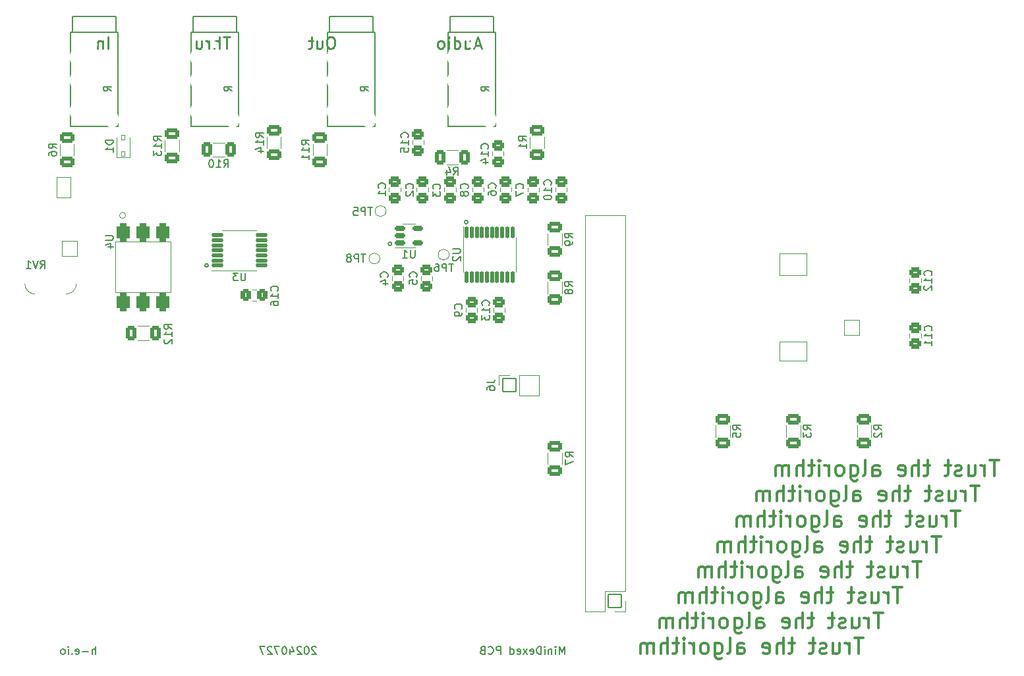
<source format=gbo>
G04 #@! TF.GenerationSoftware,KiCad,Pcbnew,8.0.1*
G04 #@! TF.CreationDate,2025-03-29T00:02:57-06:00*
G04 #@! TF.ProjectId,minidexed,6d696e69-6465-4786-9564-2e6b69636164,rev?*
G04 #@! TF.SameCoordinates,Original*
G04 #@! TF.FileFunction,Legend,Bot*
G04 #@! TF.FilePolarity,Positive*
%FSLAX46Y46*%
G04 Gerber Fmt 4.6, Leading zero omitted, Abs format (unit mm)*
G04 Created by KiCad (PCBNEW 8.0.1) date 2025-03-29 00:02:57*
%MOMM*%
%LPD*%
G01*
G04 APERTURE LIST*
G04 Aperture macros list*
%AMRoundRect*
0 Rectangle with rounded corners*
0 $1 Rounding radius*
0 $2 $3 $4 $5 $6 $7 $8 $9 X,Y pos of 4 corners*
0 Add a 4 corners polygon primitive as box body*
4,1,4,$2,$3,$4,$5,$6,$7,$8,$9,$2,$3,0*
0 Add four circle primitives for the rounded corners*
1,1,$1+$1,$2,$3*
1,1,$1+$1,$4,$5*
1,1,$1+$1,$6,$7*
1,1,$1+$1,$8,$9*
0 Add four rect primitives between the rounded corners*
20,1,$1+$1,$2,$3,$4,$5,0*
20,1,$1+$1,$4,$5,$6,$7,0*
20,1,$1+$1,$6,$7,$8,$9,0*
20,1,$1+$1,$8,$9,$2,$3,0*%
G04 Aperture macros list end*
%ADD10C,0.150000*%
%ADD11C,0.300000*%
%ADD12C,0.250000*%
%ADD13C,0.120000*%
%ADD14C,0.900000*%
%ADD15O,1.700000X2.100000*%
%ADD16C,2.800000*%
%ADD17C,1.800000*%
%ADD18C,4.100000*%
%ADD19C,2.300000*%
%ADD20C,3.100000*%
%ADD21RoundRect,0.050000X-0.900000X-1.300000X0.900000X-1.300000X0.900000X1.300000X-0.900000X1.300000X0*%
%ADD22O,1.900000X2.700000*%
%ADD23RoundRect,0.050000X1.000000X1.000000X-1.000000X1.000000X-1.000000X-1.000000X1.000000X-1.000000X0*%
%ADD24C,2.100000*%
%ADD25RoundRect,0.050000X1.750000X1.250000X-1.750000X1.250000X-1.750000X-1.250000X1.750000X-1.250000X0*%
%ADD26RoundRect,0.050000X1.750000X1.400000X-1.750000X1.400000X-1.750000X-1.400000X1.750000X-1.400000X0*%
%ADD27RoundRect,0.050000X0.850000X0.850000X-0.850000X0.850000X-0.850000X-0.850000X0.850000X-0.850000X0*%
%ADD28O,1.800000X1.800000*%
%ADD29RoundRect,0.125000X-0.125000X0.662500X-0.125000X-0.662500X0.125000X-0.662500X0.125000X0.662500X0*%
%ADD30C,1.100000*%
%ADD31RoundRect,0.271277X0.366223X0.503723X-0.366223X0.503723X-0.366223X-0.503723X0.366223X-0.503723X0*%
%ADD32RoundRect,0.271277X0.503723X-0.366223X0.503723X0.366223X-0.503723X0.366223X-0.503723X-0.366223X0*%
%ADD33RoundRect,0.269231X0.655769X-0.430769X0.655769X0.430769X-0.655769X0.430769X-0.655769X-0.430769X0*%
%ADD34RoundRect,0.269231X-0.655769X0.430769X-0.655769X-0.430769X0.655769X-0.430769X0.655769X0.430769X0*%
%ADD35RoundRect,0.271277X-0.503723X0.366223X-0.503723X-0.366223X0.503723X-0.366223X0.503723X0.366223X0*%
%ADD36RoundRect,0.269231X-0.430769X-0.655769X0.430769X-0.655769X0.430769X0.655769X-0.430769X0.655769X0*%
%ADD37RoundRect,0.269231X0.430769X0.655769X-0.430769X0.655769X-0.430769X-0.655769X0.430769X-0.655769X0*%
%ADD38RoundRect,0.050000X-0.850000X0.850000X-0.850000X-0.850000X0.850000X-0.850000X0.850000X0.850000X0*%
%ADD39RoundRect,0.175000X-0.537500X-0.175000X0.537500X-0.175000X0.537500X0.175000X-0.537500X0.175000X0*%
%ADD40RoundRect,0.406000X-0.406000X0.787000X-0.406000X-0.787000X0.406000X-0.787000X0.406000X0.787000X0*%
%ADD41RoundRect,0.050000X0.225000X-0.300000X0.225000X0.300000X-0.225000X0.300000X-0.225000X-0.300000X0*%
%ADD42RoundRect,0.125000X-0.662500X-0.125000X0.662500X-0.125000X0.662500X0.125000X-0.662500X0.125000X0*%
G04 APERTURE END LIST*
D10*
X155023607Y-83300000D02*
G75*
G02*
X154576393Y-83300000I-223607J0D01*
G01*
X154576393Y-83300000D02*
G75*
G02*
X155023607Y-83300000I223607J0D01*
G01*
X145223607Y-86100000D02*
G75*
G02*
X144776393Y-86100000I-223607J0D01*
G01*
X144776393Y-86100000D02*
G75*
G02*
X145223607Y-86100000I223607J0D01*
G01*
X121660907Y-88877000D02*
G75*
G02*
X121213693Y-88877000I-223607J0D01*
G01*
X121213693Y-88877000D02*
G75*
G02*
X121660907Y-88877000I223607J0D01*
G01*
D11*
X220740475Y-117202495D02*
X219597618Y-117202495D01*
X220169047Y-119202495D02*
X220169047Y-117202495D01*
X218930951Y-119202495D02*
X218930951Y-117869161D01*
X218930951Y-118250114D02*
X218835713Y-118059637D01*
X218835713Y-118059637D02*
X218740475Y-117964399D01*
X218740475Y-117964399D02*
X218549999Y-117869161D01*
X218549999Y-117869161D02*
X218359522Y-117869161D01*
X216835713Y-117869161D02*
X216835713Y-119202495D01*
X217692856Y-117869161D02*
X217692856Y-118916780D01*
X217692856Y-118916780D02*
X217597618Y-119107257D01*
X217597618Y-119107257D02*
X217407142Y-119202495D01*
X217407142Y-119202495D02*
X217121427Y-119202495D01*
X217121427Y-119202495D02*
X216930951Y-119107257D01*
X216930951Y-119107257D02*
X216835713Y-119012018D01*
X215978570Y-119107257D02*
X215788094Y-119202495D01*
X215788094Y-119202495D02*
X215407142Y-119202495D01*
X215407142Y-119202495D02*
X215216665Y-119107257D01*
X215216665Y-119107257D02*
X215121427Y-118916780D01*
X215121427Y-118916780D02*
X215121427Y-118821542D01*
X215121427Y-118821542D02*
X215216665Y-118631066D01*
X215216665Y-118631066D02*
X215407142Y-118535828D01*
X215407142Y-118535828D02*
X215692856Y-118535828D01*
X215692856Y-118535828D02*
X215883332Y-118440590D01*
X215883332Y-118440590D02*
X215978570Y-118250114D01*
X215978570Y-118250114D02*
X215978570Y-118154876D01*
X215978570Y-118154876D02*
X215883332Y-117964399D01*
X215883332Y-117964399D02*
X215692856Y-117869161D01*
X215692856Y-117869161D02*
X215407142Y-117869161D01*
X215407142Y-117869161D02*
X215216665Y-117964399D01*
X214549998Y-117869161D02*
X213788094Y-117869161D01*
X214264284Y-117202495D02*
X214264284Y-118916780D01*
X214264284Y-118916780D02*
X214169046Y-119107257D01*
X214169046Y-119107257D02*
X213978570Y-119202495D01*
X213978570Y-119202495D02*
X213788094Y-119202495D01*
X211883331Y-117869161D02*
X211121427Y-117869161D01*
X211597617Y-117202495D02*
X211597617Y-118916780D01*
X211597617Y-118916780D02*
X211502379Y-119107257D01*
X211502379Y-119107257D02*
X211311903Y-119202495D01*
X211311903Y-119202495D02*
X211121427Y-119202495D01*
X210454760Y-119202495D02*
X210454760Y-117202495D01*
X209597617Y-119202495D02*
X209597617Y-118154876D01*
X209597617Y-118154876D02*
X209692855Y-117964399D01*
X209692855Y-117964399D02*
X209883331Y-117869161D01*
X209883331Y-117869161D02*
X210169046Y-117869161D01*
X210169046Y-117869161D02*
X210359522Y-117964399D01*
X210359522Y-117964399D02*
X210454760Y-118059637D01*
X207883331Y-119107257D02*
X208073807Y-119202495D01*
X208073807Y-119202495D02*
X208454760Y-119202495D01*
X208454760Y-119202495D02*
X208645236Y-119107257D01*
X208645236Y-119107257D02*
X208740474Y-118916780D01*
X208740474Y-118916780D02*
X208740474Y-118154876D01*
X208740474Y-118154876D02*
X208645236Y-117964399D01*
X208645236Y-117964399D02*
X208454760Y-117869161D01*
X208454760Y-117869161D02*
X208073807Y-117869161D01*
X208073807Y-117869161D02*
X207883331Y-117964399D01*
X207883331Y-117964399D02*
X207788093Y-118154876D01*
X207788093Y-118154876D02*
X207788093Y-118345352D01*
X207788093Y-118345352D02*
X208740474Y-118535828D01*
X204549997Y-119202495D02*
X204549997Y-118154876D01*
X204549997Y-118154876D02*
X204645235Y-117964399D01*
X204645235Y-117964399D02*
X204835711Y-117869161D01*
X204835711Y-117869161D02*
X205216664Y-117869161D01*
X205216664Y-117869161D02*
X205407140Y-117964399D01*
X204549997Y-119107257D02*
X204740473Y-119202495D01*
X204740473Y-119202495D02*
X205216664Y-119202495D01*
X205216664Y-119202495D02*
X205407140Y-119107257D01*
X205407140Y-119107257D02*
X205502378Y-118916780D01*
X205502378Y-118916780D02*
X205502378Y-118726304D01*
X205502378Y-118726304D02*
X205407140Y-118535828D01*
X205407140Y-118535828D02*
X205216664Y-118440590D01*
X205216664Y-118440590D02*
X204740473Y-118440590D01*
X204740473Y-118440590D02*
X204549997Y-118345352D01*
X203311902Y-119202495D02*
X203502378Y-119107257D01*
X203502378Y-119107257D02*
X203597616Y-118916780D01*
X203597616Y-118916780D02*
X203597616Y-117202495D01*
X201692854Y-117869161D02*
X201692854Y-119488209D01*
X201692854Y-119488209D02*
X201788092Y-119678685D01*
X201788092Y-119678685D02*
X201883330Y-119773923D01*
X201883330Y-119773923D02*
X202073807Y-119869161D01*
X202073807Y-119869161D02*
X202359521Y-119869161D01*
X202359521Y-119869161D02*
X202549997Y-119773923D01*
X201692854Y-119107257D02*
X201883330Y-119202495D01*
X201883330Y-119202495D02*
X202264283Y-119202495D01*
X202264283Y-119202495D02*
X202454759Y-119107257D01*
X202454759Y-119107257D02*
X202549997Y-119012018D01*
X202549997Y-119012018D02*
X202645235Y-118821542D01*
X202645235Y-118821542D02*
X202645235Y-118250114D01*
X202645235Y-118250114D02*
X202549997Y-118059637D01*
X202549997Y-118059637D02*
X202454759Y-117964399D01*
X202454759Y-117964399D02*
X202264283Y-117869161D01*
X202264283Y-117869161D02*
X201883330Y-117869161D01*
X201883330Y-117869161D02*
X201692854Y-117964399D01*
X200454759Y-119202495D02*
X200645235Y-119107257D01*
X200645235Y-119107257D02*
X200740473Y-119012018D01*
X200740473Y-119012018D02*
X200835711Y-118821542D01*
X200835711Y-118821542D02*
X200835711Y-118250114D01*
X200835711Y-118250114D02*
X200740473Y-118059637D01*
X200740473Y-118059637D02*
X200645235Y-117964399D01*
X200645235Y-117964399D02*
X200454759Y-117869161D01*
X200454759Y-117869161D02*
X200169044Y-117869161D01*
X200169044Y-117869161D02*
X199978568Y-117964399D01*
X199978568Y-117964399D02*
X199883330Y-118059637D01*
X199883330Y-118059637D02*
X199788092Y-118250114D01*
X199788092Y-118250114D02*
X199788092Y-118821542D01*
X199788092Y-118821542D02*
X199883330Y-119012018D01*
X199883330Y-119012018D02*
X199978568Y-119107257D01*
X199978568Y-119107257D02*
X200169044Y-119202495D01*
X200169044Y-119202495D02*
X200454759Y-119202495D01*
X198930949Y-119202495D02*
X198930949Y-117869161D01*
X198930949Y-118250114D02*
X198835711Y-118059637D01*
X198835711Y-118059637D02*
X198740473Y-117964399D01*
X198740473Y-117964399D02*
X198549997Y-117869161D01*
X198549997Y-117869161D02*
X198359520Y-117869161D01*
X197692854Y-119202495D02*
X197692854Y-117869161D01*
X197692854Y-117202495D02*
X197788092Y-117297733D01*
X197788092Y-117297733D02*
X197692854Y-117392971D01*
X197692854Y-117392971D02*
X197597616Y-117297733D01*
X197597616Y-117297733D02*
X197692854Y-117202495D01*
X197692854Y-117202495D02*
X197692854Y-117392971D01*
X197026187Y-117869161D02*
X196264283Y-117869161D01*
X196740473Y-117202495D02*
X196740473Y-118916780D01*
X196740473Y-118916780D02*
X196645235Y-119107257D01*
X196645235Y-119107257D02*
X196454759Y-119202495D01*
X196454759Y-119202495D02*
X196264283Y-119202495D01*
X195597616Y-119202495D02*
X195597616Y-117202495D01*
X194740473Y-119202495D02*
X194740473Y-118154876D01*
X194740473Y-118154876D02*
X194835711Y-117964399D01*
X194835711Y-117964399D02*
X195026187Y-117869161D01*
X195026187Y-117869161D02*
X195311902Y-117869161D01*
X195311902Y-117869161D02*
X195502378Y-117964399D01*
X195502378Y-117964399D02*
X195597616Y-118059637D01*
X193788092Y-119202495D02*
X193788092Y-117869161D01*
X193788092Y-118059637D02*
X193692854Y-117964399D01*
X193692854Y-117964399D02*
X193502378Y-117869161D01*
X193502378Y-117869161D02*
X193216663Y-117869161D01*
X193216663Y-117869161D02*
X193026187Y-117964399D01*
X193026187Y-117964399D02*
X192930949Y-118154876D01*
X192930949Y-118154876D02*
X192930949Y-119202495D01*
X192930949Y-118154876D02*
X192835711Y-117964399D01*
X192835711Y-117964399D02*
X192645235Y-117869161D01*
X192645235Y-117869161D02*
X192359521Y-117869161D01*
X192359521Y-117869161D02*
X192169044Y-117964399D01*
X192169044Y-117964399D02*
X192073806Y-118154876D01*
X192073806Y-118154876D02*
X192073806Y-119202495D01*
X205826191Y-136809637D02*
X204683334Y-136809637D01*
X205254763Y-138809637D02*
X205254763Y-136809637D01*
X204016667Y-138809637D02*
X204016667Y-137476303D01*
X204016667Y-137857256D02*
X203921429Y-137666779D01*
X203921429Y-137666779D02*
X203826191Y-137571541D01*
X203826191Y-137571541D02*
X203635715Y-137476303D01*
X203635715Y-137476303D02*
X203445238Y-137476303D01*
X201921429Y-137476303D02*
X201921429Y-138809637D01*
X202778572Y-137476303D02*
X202778572Y-138523922D01*
X202778572Y-138523922D02*
X202683334Y-138714399D01*
X202683334Y-138714399D02*
X202492858Y-138809637D01*
X202492858Y-138809637D02*
X202207143Y-138809637D01*
X202207143Y-138809637D02*
X202016667Y-138714399D01*
X202016667Y-138714399D02*
X201921429Y-138619160D01*
X201064286Y-138714399D02*
X200873810Y-138809637D01*
X200873810Y-138809637D02*
X200492858Y-138809637D01*
X200492858Y-138809637D02*
X200302381Y-138714399D01*
X200302381Y-138714399D02*
X200207143Y-138523922D01*
X200207143Y-138523922D02*
X200207143Y-138428684D01*
X200207143Y-138428684D02*
X200302381Y-138238208D01*
X200302381Y-138238208D02*
X200492858Y-138142970D01*
X200492858Y-138142970D02*
X200778572Y-138142970D01*
X200778572Y-138142970D02*
X200969048Y-138047732D01*
X200969048Y-138047732D02*
X201064286Y-137857256D01*
X201064286Y-137857256D02*
X201064286Y-137762018D01*
X201064286Y-137762018D02*
X200969048Y-137571541D01*
X200969048Y-137571541D02*
X200778572Y-137476303D01*
X200778572Y-137476303D02*
X200492858Y-137476303D01*
X200492858Y-137476303D02*
X200302381Y-137571541D01*
X199635714Y-137476303D02*
X198873810Y-137476303D01*
X199350000Y-136809637D02*
X199350000Y-138523922D01*
X199350000Y-138523922D02*
X199254762Y-138714399D01*
X199254762Y-138714399D02*
X199064286Y-138809637D01*
X199064286Y-138809637D02*
X198873810Y-138809637D01*
X196969047Y-137476303D02*
X196207143Y-137476303D01*
X196683333Y-136809637D02*
X196683333Y-138523922D01*
X196683333Y-138523922D02*
X196588095Y-138714399D01*
X196588095Y-138714399D02*
X196397619Y-138809637D01*
X196397619Y-138809637D02*
X196207143Y-138809637D01*
X195540476Y-138809637D02*
X195540476Y-136809637D01*
X194683333Y-138809637D02*
X194683333Y-137762018D01*
X194683333Y-137762018D02*
X194778571Y-137571541D01*
X194778571Y-137571541D02*
X194969047Y-137476303D01*
X194969047Y-137476303D02*
X195254762Y-137476303D01*
X195254762Y-137476303D02*
X195445238Y-137571541D01*
X195445238Y-137571541D02*
X195540476Y-137666779D01*
X192969047Y-138714399D02*
X193159523Y-138809637D01*
X193159523Y-138809637D02*
X193540476Y-138809637D01*
X193540476Y-138809637D02*
X193730952Y-138714399D01*
X193730952Y-138714399D02*
X193826190Y-138523922D01*
X193826190Y-138523922D02*
X193826190Y-137762018D01*
X193826190Y-137762018D02*
X193730952Y-137571541D01*
X193730952Y-137571541D02*
X193540476Y-137476303D01*
X193540476Y-137476303D02*
X193159523Y-137476303D01*
X193159523Y-137476303D02*
X192969047Y-137571541D01*
X192969047Y-137571541D02*
X192873809Y-137762018D01*
X192873809Y-137762018D02*
X192873809Y-137952494D01*
X192873809Y-137952494D02*
X193826190Y-138142970D01*
X189635713Y-138809637D02*
X189635713Y-137762018D01*
X189635713Y-137762018D02*
X189730951Y-137571541D01*
X189730951Y-137571541D02*
X189921427Y-137476303D01*
X189921427Y-137476303D02*
X190302380Y-137476303D01*
X190302380Y-137476303D02*
X190492856Y-137571541D01*
X189635713Y-138714399D02*
X189826189Y-138809637D01*
X189826189Y-138809637D02*
X190302380Y-138809637D01*
X190302380Y-138809637D02*
X190492856Y-138714399D01*
X190492856Y-138714399D02*
X190588094Y-138523922D01*
X190588094Y-138523922D02*
X190588094Y-138333446D01*
X190588094Y-138333446D02*
X190492856Y-138142970D01*
X190492856Y-138142970D02*
X190302380Y-138047732D01*
X190302380Y-138047732D02*
X189826189Y-138047732D01*
X189826189Y-138047732D02*
X189635713Y-137952494D01*
X188397618Y-138809637D02*
X188588094Y-138714399D01*
X188588094Y-138714399D02*
X188683332Y-138523922D01*
X188683332Y-138523922D02*
X188683332Y-136809637D01*
X186778570Y-137476303D02*
X186778570Y-139095351D01*
X186778570Y-139095351D02*
X186873808Y-139285827D01*
X186873808Y-139285827D02*
X186969046Y-139381065D01*
X186969046Y-139381065D02*
X187159523Y-139476303D01*
X187159523Y-139476303D02*
X187445237Y-139476303D01*
X187445237Y-139476303D02*
X187635713Y-139381065D01*
X186778570Y-138714399D02*
X186969046Y-138809637D01*
X186969046Y-138809637D02*
X187349999Y-138809637D01*
X187349999Y-138809637D02*
X187540475Y-138714399D01*
X187540475Y-138714399D02*
X187635713Y-138619160D01*
X187635713Y-138619160D02*
X187730951Y-138428684D01*
X187730951Y-138428684D02*
X187730951Y-137857256D01*
X187730951Y-137857256D02*
X187635713Y-137666779D01*
X187635713Y-137666779D02*
X187540475Y-137571541D01*
X187540475Y-137571541D02*
X187349999Y-137476303D01*
X187349999Y-137476303D02*
X186969046Y-137476303D01*
X186969046Y-137476303D02*
X186778570Y-137571541D01*
X185540475Y-138809637D02*
X185730951Y-138714399D01*
X185730951Y-138714399D02*
X185826189Y-138619160D01*
X185826189Y-138619160D02*
X185921427Y-138428684D01*
X185921427Y-138428684D02*
X185921427Y-137857256D01*
X185921427Y-137857256D02*
X185826189Y-137666779D01*
X185826189Y-137666779D02*
X185730951Y-137571541D01*
X185730951Y-137571541D02*
X185540475Y-137476303D01*
X185540475Y-137476303D02*
X185254760Y-137476303D01*
X185254760Y-137476303D02*
X185064284Y-137571541D01*
X185064284Y-137571541D02*
X184969046Y-137666779D01*
X184969046Y-137666779D02*
X184873808Y-137857256D01*
X184873808Y-137857256D02*
X184873808Y-138428684D01*
X184873808Y-138428684D02*
X184969046Y-138619160D01*
X184969046Y-138619160D02*
X185064284Y-138714399D01*
X185064284Y-138714399D02*
X185254760Y-138809637D01*
X185254760Y-138809637D02*
X185540475Y-138809637D01*
X184016665Y-138809637D02*
X184016665Y-137476303D01*
X184016665Y-137857256D02*
X183921427Y-137666779D01*
X183921427Y-137666779D02*
X183826189Y-137571541D01*
X183826189Y-137571541D02*
X183635713Y-137476303D01*
X183635713Y-137476303D02*
X183445236Y-137476303D01*
X182778570Y-138809637D02*
X182778570Y-137476303D01*
X182778570Y-136809637D02*
X182873808Y-136904875D01*
X182873808Y-136904875D02*
X182778570Y-137000113D01*
X182778570Y-137000113D02*
X182683332Y-136904875D01*
X182683332Y-136904875D02*
X182778570Y-136809637D01*
X182778570Y-136809637D02*
X182778570Y-137000113D01*
X182111903Y-137476303D02*
X181349999Y-137476303D01*
X181826189Y-136809637D02*
X181826189Y-138523922D01*
X181826189Y-138523922D02*
X181730951Y-138714399D01*
X181730951Y-138714399D02*
X181540475Y-138809637D01*
X181540475Y-138809637D02*
X181349999Y-138809637D01*
X180683332Y-138809637D02*
X180683332Y-136809637D01*
X179826189Y-138809637D02*
X179826189Y-137762018D01*
X179826189Y-137762018D02*
X179921427Y-137571541D01*
X179921427Y-137571541D02*
X180111903Y-137476303D01*
X180111903Y-137476303D02*
X180397618Y-137476303D01*
X180397618Y-137476303D02*
X180588094Y-137571541D01*
X180588094Y-137571541D02*
X180683332Y-137666779D01*
X178873808Y-138809637D02*
X178873808Y-137476303D01*
X178873808Y-137666779D02*
X178778570Y-137571541D01*
X178778570Y-137571541D02*
X178588094Y-137476303D01*
X178588094Y-137476303D02*
X178302379Y-137476303D01*
X178302379Y-137476303D02*
X178111903Y-137571541D01*
X178111903Y-137571541D02*
X178016665Y-137762018D01*
X178016665Y-137762018D02*
X178016665Y-138809637D01*
X178016665Y-137762018D02*
X177921427Y-137571541D01*
X177921427Y-137571541D02*
X177730951Y-137476303D01*
X177730951Y-137476303D02*
X177445237Y-137476303D01*
X177445237Y-137476303D02*
X177254760Y-137571541D01*
X177254760Y-137571541D02*
X177159522Y-137762018D01*
X177159522Y-137762018D02*
X177159522Y-138809637D01*
D12*
X124449999Y-59480928D02*
X123592857Y-59480928D01*
X124021428Y-60980928D02*
X124021428Y-59480928D01*
X123092857Y-60980928D02*
X123092857Y-59480928D01*
X122450000Y-60980928D02*
X122450000Y-60195214D01*
X122450000Y-60195214D02*
X122521428Y-60052357D01*
X122521428Y-60052357D02*
X122664285Y-59980928D01*
X122664285Y-59980928D02*
X122878571Y-59980928D01*
X122878571Y-59980928D02*
X123021428Y-60052357D01*
X123021428Y-60052357D02*
X123092857Y-60123785D01*
X121735714Y-60980928D02*
X121735714Y-59980928D01*
X121735714Y-60266642D02*
X121664285Y-60123785D01*
X121664285Y-60123785D02*
X121592857Y-60052357D01*
X121592857Y-60052357D02*
X121449999Y-59980928D01*
X121449999Y-59980928D02*
X121307142Y-59980928D01*
X120164286Y-59980928D02*
X120164286Y-60980928D01*
X120807143Y-59980928D02*
X120807143Y-60766642D01*
X120807143Y-60766642D02*
X120735714Y-60909500D01*
X120735714Y-60909500D02*
X120592857Y-60980928D01*
X120592857Y-60980928D02*
X120378571Y-60980928D01*
X120378571Y-60980928D02*
X120235714Y-60909500D01*
X120235714Y-60909500D02*
X120164286Y-60838071D01*
D11*
X213283333Y-127006066D02*
X212140476Y-127006066D01*
X212711905Y-129006066D02*
X212711905Y-127006066D01*
X211473809Y-129006066D02*
X211473809Y-127672732D01*
X211473809Y-128053685D02*
X211378571Y-127863208D01*
X211378571Y-127863208D02*
X211283333Y-127767970D01*
X211283333Y-127767970D02*
X211092857Y-127672732D01*
X211092857Y-127672732D02*
X210902380Y-127672732D01*
X209378571Y-127672732D02*
X209378571Y-129006066D01*
X210235714Y-127672732D02*
X210235714Y-128720351D01*
X210235714Y-128720351D02*
X210140476Y-128910828D01*
X210140476Y-128910828D02*
X209950000Y-129006066D01*
X209950000Y-129006066D02*
X209664285Y-129006066D01*
X209664285Y-129006066D02*
X209473809Y-128910828D01*
X209473809Y-128910828D02*
X209378571Y-128815589D01*
X208521428Y-128910828D02*
X208330952Y-129006066D01*
X208330952Y-129006066D02*
X207950000Y-129006066D01*
X207950000Y-129006066D02*
X207759523Y-128910828D01*
X207759523Y-128910828D02*
X207664285Y-128720351D01*
X207664285Y-128720351D02*
X207664285Y-128625113D01*
X207664285Y-128625113D02*
X207759523Y-128434637D01*
X207759523Y-128434637D02*
X207950000Y-128339399D01*
X207950000Y-128339399D02*
X208235714Y-128339399D01*
X208235714Y-128339399D02*
X208426190Y-128244161D01*
X208426190Y-128244161D02*
X208521428Y-128053685D01*
X208521428Y-128053685D02*
X208521428Y-127958447D01*
X208521428Y-127958447D02*
X208426190Y-127767970D01*
X208426190Y-127767970D02*
X208235714Y-127672732D01*
X208235714Y-127672732D02*
X207950000Y-127672732D01*
X207950000Y-127672732D02*
X207759523Y-127767970D01*
X207092856Y-127672732D02*
X206330952Y-127672732D01*
X206807142Y-127006066D02*
X206807142Y-128720351D01*
X206807142Y-128720351D02*
X206711904Y-128910828D01*
X206711904Y-128910828D02*
X206521428Y-129006066D01*
X206521428Y-129006066D02*
X206330952Y-129006066D01*
X204426189Y-127672732D02*
X203664285Y-127672732D01*
X204140475Y-127006066D02*
X204140475Y-128720351D01*
X204140475Y-128720351D02*
X204045237Y-128910828D01*
X204045237Y-128910828D02*
X203854761Y-129006066D01*
X203854761Y-129006066D02*
X203664285Y-129006066D01*
X202997618Y-129006066D02*
X202997618Y-127006066D01*
X202140475Y-129006066D02*
X202140475Y-127958447D01*
X202140475Y-127958447D02*
X202235713Y-127767970D01*
X202235713Y-127767970D02*
X202426189Y-127672732D01*
X202426189Y-127672732D02*
X202711904Y-127672732D01*
X202711904Y-127672732D02*
X202902380Y-127767970D01*
X202902380Y-127767970D02*
X202997618Y-127863208D01*
X200426189Y-128910828D02*
X200616665Y-129006066D01*
X200616665Y-129006066D02*
X200997618Y-129006066D01*
X200997618Y-129006066D02*
X201188094Y-128910828D01*
X201188094Y-128910828D02*
X201283332Y-128720351D01*
X201283332Y-128720351D02*
X201283332Y-127958447D01*
X201283332Y-127958447D02*
X201188094Y-127767970D01*
X201188094Y-127767970D02*
X200997618Y-127672732D01*
X200997618Y-127672732D02*
X200616665Y-127672732D01*
X200616665Y-127672732D02*
X200426189Y-127767970D01*
X200426189Y-127767970D02*
X200330951Y-127958447D01*
X200330951Y-127958447D02*
X200330951Y-128148923D01*
X200330951Y-128148923D02*
X201283332Y-128339399D01*
X197092855Y-129006066D02*
X197092855Y-127958447D01*
X197092855Y-127958447D02*
X197188093Y-127767970D01*
X197188093Y-127767970D02*
X197378569Y-127672732D01*
X197378569Y-127672732D02*
X197759522Y-127672732D01*
X197759522Y-127672732D02*
X197949998Y-127767970D01*
X197092855Y-128910828D02*
X197283331Y-129006066D01*
X197283331Y-129006066D02*
X197759522Y-129006066D01*
X197759522Y-129006066D02*
X197949998Y-128910828D01*
X197949998Y-128910828D02*
X198045236Y-128720351D01*
X198045236Y-128720351D02*
X198045236Y-128529875D01*
X198045236Y-128529875D02*
X197949998Y-128339399D01*
X197949998Y-128339399D02*
X197759522Y-128244161D01*
X197759522Y-128244161D02*
X197283331Y-128244161D01*
X197283331Y-128244161D02*
X197092855Y-128148923D01*
X195854760Y-129006066D02*
X196045236Y-128910828D01*
X196045236Y-128910828D02*
X196140474Y-128720351D01*
X196140474Y-128720351D02*
X196140474Y-127006066D01*
X194235712Y-127672732D02*
X194235712Y-129291780D01*
X194235712Y-129291780D02*
X194330950Y-129482256D01*
X194330950Y-129482256D02*
X194426188Y-129577494D01*
X194426188Y-129577494D02*
X194616665Y-129672732D01*
X194616665Y-129672732D02*
X194902379Y-129672732D01*
X194902379Y-129672732D02*
X195092855Y-129577494D01*
X194235712Y-128910828D02*
X194426188Y-129006066D01*
X194426188Y-129006066D02*
X194807141Y-129006066D01*
X194807141Y-129006066D02*
X194997617Y-128910828D01*
X194997617Y-128910828D02*
X195092855Y-128815589D01*
X195092855Y-128815589D02*
X195188093Y-128625113D01*
X195188093Y-128625113D02*
X195188093Y-128053685D01*
X195188093Y-128053685D02*
X195092855Y-127863208D01*
X195092855Y-127863208D02*
X194997617Y-127767970D01*
X194997617Y-127767970D02*
X194807141Y-127672732D01*
X194807141Y-127672732D02*
X194426188Y-127672732D01*
X194426188Y-127672732D02*
X194235712Y-127767970D01*
X192997617Y-129006066D02*
X193188093Y-128910828D01*
X193188093Y-128910828D02*
X193283331Y-128815589D01*
X193283331Y-128815589D02*
X193378569Y-128625113D01*
X193378569Y-128625113D02*
X193378569Y-128053685D01*
X193378569Y-128053685D02*
X193283331Y-127863208D01*
X193283331Y-127863208D02*
X193188093Y-127767970D01*
X193188093Y-127767970D02*
X192997617Y-127672732D01*
X192997617Y-127672732D02*
X192711902Y-127672732D01*
X192711902Y-127672732D02*
X192521426Y-127767970D01*
X192521426Y-127767970D02*
X192426188Y-127863208D01*
X192426188Y-127863208D02*
X192330950Y-128053685D01*
X192330950Y-128053685D02*
X192330950Y-128625113D01*
X192330950Y-128625113D02*
X192426188Y-128815589D01*
X192426188Y-128815589D02*
X192521426Y-128910828D01*
X192521426Y-128910828D02*
X192711902Y-129006066D01*
X192711902Y-129006066D02*
X192997617Y-129006066D01*
X191473807Y-129006066D02*
X191473807Y-127672732D01*
X191473807Y-128053685D02*
X191378569Y-127863208D01*
X191378569Y-127863208D02*
X191283331Y-127767970D01*
X191283331Y-127767970D02*
X191092855Y-127672732D01*
X191092855Y-127672732D02*
X190902378Y-127672732D01*
X190235712Y-129006066D02*
X190235712Y-127672732D01*
X190235712Y-127006066D02*
X190330950Y-127101304D01*
X190330950Y-127101304D02*
X190235712Y-127196542D01*
X190235712Y-127196542D02*
X190140474Y-127101304D01*
X190140474Y-127101304D02*
X190235712Y-127006066D01*
X190235712Y-127006066D02*
X190235712Y-127196542D01*
X189569045Y-127672732D02*
X188807141Y-127672732D01*
X189283331Y-127006066D02*
X189283331Y-128720351D01*
X189283331Y-128720351D02*
X189188093Y-128910828D01*
X189188093Y-128910828D02*
X188997617Y-129006066D01*
X188997617Y-129006066D02*
X188807141Y-129006066D01*
X188140474Y-129006066D02*
X188140474Y-127006066D01*
X187283331Y-129006066D02*
X187283331Y-127958447D01*
X187283331Y-127958447D02*
X187378569Y-127767970D01*
X187378569Y-127767970D02*
X187569045Y-127672732D01*
X187569045Y-127672732D02*
X187854760Y-127672732D01*
X187854760Y-127672732D02*
X188045236Y-127767970D01*
X188045236Y-127767970D02*
X188140474Y-127863208D01*
X186330950Y-129006066D02*
X186330950Y-127672732D01*
X186330950Y-127863208D02*
X186235712Y-127767970D01*
X186235712Y-127767970D02*
X186045236Y-127672732D01*
X186045236Y-127672732D02*
X185759521Y-127672732D01*
X185759521Y-127672732D02*
X185569045Y-127767970D01*
X185569045Y-127767970D02*
X185473807Y-127958447D01*
X185473807Y-127958447D02*
X185473807Y-129006066D01*
X185473807Y-127958447D02*
X185378569Y-127767970D01*
X185378569Y-127767970D02*
X185188093Y-127672732D01*
X185188093Y-127672732D02*
X184902379Y-127672732D01*
X184902379Y-127672732D02*
X184711902Y-127767970D01*
X184711902Y-127767970D02*
X184616664Y-127958447D01*
X184616664Y-127958447D02*
X184616664Y-129006066D01*
D12*
X108778571Y-60980928D02*
X108778571Y-59480928D01*
X108064285Y-59980928D02*
X108064285Y-60980928D01*
X108064285Y-60123785D02*
X107992856Y-60052357D01*
X107992856Y-60052357D02*
X107849999Y-59980928D01*
X107849999Y-59980928D02*
X107635713Y-59980928D01*
X107635713Y-59980928D02*
X107492856Y-60052357D01*
X107492856Y-60052357D02*
X107421428Y-60195214D01*
X107421428Y-60195214D02*
X107421428Y-60980928D01*
D11*
X218254761Y-120470352D02*
X217111904Y-120470352D01*
X217683333Y-122470352D02*
X217683333Y-120470352D01*
X216445237Y-122470352D02*
X216445237Y-121137018D01*
X216445237Y-121517971D02*
X216349999Y-121327494D01*
X216349999Y-121327494D02*
X216254761Y-121232256D01*
X216254761Y-121232256D02*
X216064285Y-121137018D01*
X216064285Y-121137018D02*
X215873808Y-121137018D01*
X214349999Y-121137018D02*
X214349999Y-122470352D01*
X215207142Y-121137018D02*
X215207142Y-122184637D01*
X215207142Y-122184637D02*
X215111904Y-122375114D01*
X215111904Y-122375114D02*
X214921428Y-122470352D01*
X214921428Y-122470352D02*
X214635713Y-122470352D01*
X214635713Y-122470352D02*
X214445237Y-122375114D01*
X214445237Y-122375114D02*
X214349999Y-122279875D01*
X213492856Y-122375114D02*
X213302380Y-122470352D01*
X213302380Y-122470352D02*
X212921428Y-122470352D01*
X212921428Y-122470352D02*
X212730951Y-122375114D01*
X212730951Y-122375114D02*
X212635713Y-122184637D01*
X212635713Y-122184637D02*
X212635713Y-122089399D01*
X212635713Y-122089399D02*
X212730951Y-121898923D01*
X212730951Y-121898923D02*
X212921428Y-121803685D01*
X212921428Y-121803685D02*
X213207142Y-121803685D01*
X213207142Y-121803685D02*
X213397618Y-121708447D01*
X213397618Y-121708447D02*
X213492856Y-121517971D01*
X213492856Y-121517971D02*
X213492856Y-121422733D01*
X213492856Y-121422733D02*
X213397618Y-121232256D01*
X213397618Y-121232256D02*
X213207142Y-121137018D01*
X213207142Y-121137018D02*
X212921428Y-121137018D01*
X212921428Y-121137018D02*
X212730951Y-121232256D01*
X212064284Y-121137018D02*
X211302380Y-121137018D01*
X211778570Y-120470352D02*
X211778570Y-122184637D01*
X211778570Y-122184637D02*
X211683332Y-122375114D01*
X211683332Y-122375114D02*
X211492856Y-122470352D01*
X211492856Y-122470352D02*
X211302380Y-122470352D01*
X209397617Y-121137018D02*
X208635713Y-121137018D01*
X209111903Y-120470352D02*
X209111903Y-122184637D01*
X209111903Y-122184637D02*
X209016665Y-122375114D01*
X209016665Y-122375114D02*
X208826189Y-122470352D01*
X208826189Y-122470352D02*
X208635713Y-122470352D01*
X207969046Y-122470352D02*
X207969046Y-120470352D01*
X207111903Y-122470352D02*
X207111903Y-121422733D01*
X207111903Y-121422733D02*
X207207141Y-121232256D01*
X207207141Y-121232256D02*
X207397617Y-121137018D01*
X207397617Y-121137018D02*
X207683332Y-121137018D01*
X207683332Y-121137018D02*
X207873808Y-121232256D01*
X207873808Y-121232256D02*
X207969046Y-121327494D01*
X205397617Y-122375114D02*
X205588093Y-122470352D01*
X205588093Y-122470352D02*
X205969046Y-122470352D01*
X205969046Y-122470352D02*
X206159522Y-122375114D01*
X206159522Y-122375114D02*
X206254760Y-122184637D01*
X206254760Y-122184637D02*
X206254760Y-121422733D01*
X206254760Y-121422733D02*
X206159522Y-121232256D01*
X206159522Y-121232256D02*
X205969046Y-121137018D01*
X205969046Y-121137018D02*
X205588093Y-121137018D01*
X205588093Y-121137018D02*
X205397617Y-121232256D01*
X205397617Y-121232256D02*
X205302379Y-121422733D01*
X205302379Y-121422733D02*
X205302379Y-121613209D01*
X205302379Y-121613209D02*
X206254760Y-121803685D01*
X202064283Y-122470352D02*
X202064283Y-121422733D01*
X202064283Y-121422733D02*
X202159521Y-121232256D01*
X202159521Y-121232256D02*
X202349997Y-121137018D01*
X202349997Y-121137018D02*
X202730950Y-121137018D01*
X202730950Y-121137018D02*
X202921426Y-121232256D01*
X202064283Y-122375114D02*
X202254759Y-122470352D01*
X202254759Y-122470352D02*
X202730950Y-122470352D01*
X202730950Y-122470352D02*
X202921426Y-122375114D01*
X202921426Y-122375114D02*
X203016664Y-122184637D01*
X203016664Y-122184637D02*
X203016664Y-121994161D01*
X203016664Y-121994161D02*
X202921426Y-121803685D01*
X202921426Y-121803685D02*
X202730950Y-121708447D01*
X202730950Y-121708447D02*
X202254759Y-121708447D01*
X202254759Y-121708447D02*
X202064283Y-121613209D01*
X200826188Y-122470352D02*
X201016664Y-122375114D01*
X201016664Y-122375114D02*
X201111902Y-122184637D01*
X201111902Y-122184637D02*
X201111902Y-120470352D01*
X199207140Y-121137018D02*
X199207140Y-122756066D01*
X199207140Y-122756066D02*
X199302378Y-122946542D01*
X199302378Y-122946542D02*
X199397616Y-123041780D01*
X199397616Y-123041780D02*
X199588093Y-123137018D01*
X199588093Y-123137018D02*
X199873807Y-123137018D01*
X199873807Y-123137018D02*
X200064283Y-123041780D01*
X199207140Y-122375114D02*
X199397616Y-122470352D01*
X199397616Y-122470352D02*
X199778569Y-122470352D01*
X199778569Y-122470352D02*
X199969045Y-122375114D01*
X199969045Y-122375114D02*
X200064283Y-122279875D01*
X200064283Y-122279875D02*
X200159521Y-122089399D01*
X200159521Y-122089399D02*
X200159521Y-121517971D01*
X200159521Y-121517971D02*
X200064283Y-121327494D01*
X200064283Y-121327494D02*
X199969045Y-121232256D01*
X199969045Y-121232256D02*
X199778569Y-121137018D01*
X199778569Y-121137018D02*
X199397616Y-121137018D01*
X199397616Y-121137018D02*
X199207140Y-121232256D01*
X197969045Y-122470352D02*
X198159521Y-122375114D01*
X198159521Y-122375114D02*
X198254759Y-122279875D01*
X198254759Y-122279875D02*
X198349997Y-122089399D01*
X198349997Y-122089399D02*
X198349997Y-121517971D01*
X198349997Y-121517971D02*
X198254759Y-121327494D01*
X198254759Y-121327494D02*
X198159521Y-121232256D01*
X198159521Y-121232256D02*
X197969045Y-121137018D01*
X197969045Y-121137018D02*
X197683330Y-121137018D01*
X197683330Y-121137018D02*
X197492854Y-121232256D01*
X197492854Y-121232256D02*
X197397616Y-121327494D01*
X197397616Y-121327494D02*
X197302378Y-121517971D01*
X197302378Y-121517971D02*
X197302378Y-122089399D01*
X197302378Y-122089399D02*
X197397616Y-122279875D01*
X197397616Y-122279875D02*
X197492854Y-122375114D01*
X197492854Y-122375114D02*
X197683330Y-122470352D01*
X197683330Y-122470352D02*
X197969045Y-122470352D01*
X196445235Y-122470352D02*
X196445235Y-121137018D01*
X196445235Y-121517971D02*
X196349997Y-121327494D01*
X196349997Y-121327494D02*
X196254759Y-121232256D01*
X196254759Y-121232256D02*
X196064283Y-121137018D01*
X196064283Y-121137018D02*
X195873806Y-121137018D01*
X195207140Y-122470352D02*
X195207140Y-121137018D01*
X195207140Y-120470352D02*
X195302378Y-120565590D01*
X195302378Y-120565590D02*
X195207140Y-120660828D01*
X195207140Y-120660828D02*
X195111902Y-120565590D01*
X195111902Y-120565590D02*
X195207140Y-120470352D01*
X195207140Y-120470352D02*
X195207140Y-120660828D01*
X194540473Y-121137018D02*
X193778569Y-121137018D01*
X194254759Y-120470352D02*
X194254759Y-122184637D01*
X194254759Y-122184637D02*
X194159521Y-122375114D01*
X194159521Y-122375114D02*
X193969045Y-122470352D01*
X193969045Y-122470352D02*
X193778569Y-122470352D01*
X193111902Y-122470352D02*
X193111902Y-120470352D01*
X192254759Y-122470352D02*
X192254759Y-121422733D01*
X192254759Y-121422733D02*
X192349997Y-121232256D01*
X192349997Y-121232256D02*
X192540473Y-121137018D01*
X192540473Y-121137018D02*
X192826188Y-121137018D01*
X192826188Y-121137018D02*
X193016664Y-121232256D01*
X193016664Y-121232256D02*
X193111902Y-121327494D01*
X191302378Y-122470352D02*
X191302378Y-121137018D01*
X191302378Y-121327494D02*
X191207140Y-121232256D01*
X191207140Y-121232256D02*
X191016664Y-121137018D01*
X191016664Y-121137018D02*
X190730949Y-121137018D01*
X190730949Y-121137018D02*
X190540473Y-121232256D01*
X190540473Y-121232256D02*
X190445235Y-121422733D01*
X190445235Y-121422733D02*
X190445235Y-122470352D01*
X190445235Y-121422733D02*
X190349997Y-121232256D01*
X190349997Y-121232256D02*
X190159521Y-121137018D01*
X190159521Y-121137018D02*
X189873807Y-121137018D01*
X189873807Y-121137018D02*
X189683330Y-121232256D01*
X189683330Y-121232256D02*
X189588092Y-121422733D01*
X189588092Y-121422733D02*
X189588092Y-122470352D01*
D12*
X156649999Y-60552357D02*
X155935714Y-60552357D01*
X156792856Y-60980928D02*
X156292856Y-59480928D01*
X156292856Y-59480928D02*
X155792856Y-60980928D01*
X154650000Y-59980928D02*
X154650000Y-60980928D01*
X155292857Y-59980928D02*
X155292857Y-60766642D01*
X155292857Y-60766642D02*
X155221428Y-60909500D01*
X155221428Y-60909500D02*
X155078571Y-60980928D01*
X155078571Y-60980928D02*
X154864285Y-60980928D01*
X154864285Y-60980928D02*
X154721428Y-60909500D01*
X154721428Y-60909500D02*
X154650000Y-60838071D01*
X153292857Y-60980928D02*
X153292857Y-59480928D01*
X153292857Y-60909500D02*
X153435714Y-60980928D01*
X153435714Y-60980928D02*
X153721428Y-60980928D01*
X153721428Y-60980928D02*
X153864285Y-60909500D01*
X153864285Y-60909500D02*
X153935714Y-60838071D01*
X153935714Y-60838071D02*
X154007142Y-60695214D01*
X154007142Y-60695214D02*
X154007142Y-60266642D01*
X154007142Y-60266642D02*
X153935714Y-60123785D01*
X153935714Y-60123785D02*
X153864285Y-60052357D01*
X153864285Y-60052357D02*
X153721428Y-59980928D01*
X153721428Y-59980928D02*
X153435714Y-59980928D01*
X153435714Y-59980928D02*
X153292857Y-60052357D01*
X152578571Y-60980928D02*
X152578571Y-59980928D01*
X152578571Y-59480928D02*
X152649999Y-59552357D01*
X152649999Y-59552357D02*
X152578571Y-59623785D01*
X152578571Y-59623785D02*
X152507142Y-59552357D01*
X152507142Y-59552357D02*
X152578571Y-59480928D01*
X152578571Y-59480928D02*
X152578571Y-59623785D01*
X151649999Y-60980928D02*
X151792856Y-60909500D01*
X151792856Y-60909500D02*
X151864285Y-60838071D01*
X151864285Y-60838071D02*
X151935713Y-60695214D01*
X151935713Y-60695214D02*
X151935713Y-60266642D01*
X151935713Y-60266642D02*
X151864285Y-60123785D01*
X151864285Y-60123785D02*
X151792856Y-60052357D01*
X151792856Y-60052357D02*
X151649999Y-59980928D01*
X151649999Y-59980928D02*
X151435713Y-59980928D01*
X151435713Y-59980928D02*
X151292856Y-60052357D01*
X151292856Y-60052357D02*
X151221428Y-60123785D01*
X151221428Y-60123785D02*
X151149999Y-60266642D01*
X151149999Y-60266642D02*
X151149999Y-60695214D01*
X151149999Y-60695214D02*
X151221428Y-60838071D01*
X151221428Y-60838071D02*
X151292856Y-60909500D01*
X151292856Y-60909500D02*
X151435713Y-60980928D01*
X151435713Y-60980928D02*
X151649999Y-60980928D01*
D11*
X208311905Y-133541780D02*
X207169048Y-133541780D01*
X207740477Y-135541780D02*
X207740477Y-133541780D01*
X206502381Y-135541780D02*
X206502381Y-134208446D01*
X206502381Y-134589399D02*
X206407143Y-134398922D01*
X206407143Y-134398922D02*
X206311905Y-134303684D01*
X206311905Y-134303684D02*
X206121429Y-134208446D01*
X206121429Y-134208446D02*
X205930952Y-134208446D01*
X204407143Y-134208446D02*
X204407143Y-135541780D01*
X205264286Y-134208446D02*
X205264286Y-135256065D01*
X205264286Y-135256065D02*
X205169048Y-135446542D01*
X205169048Y-135446542D02*
X204978572Y-135541780D01*
X204978572Y-135541780D02*
X204692857Y-135541780D01*
X204692857Y-135541780D02*
X204502381Y-135446542D01*
X204502381Y-135446542D02*
X204407143Y-135351303D01*
X203550000Y-135446542D02*
X203359524Y-135541780D01*
X203359524Y-135541780D02*
X202978572Y-135541780D01*
X202978572Y-135541780D02*
X202788095Y-135446542D01*
X202788095Y-135446542D02*
X202692857Y-135256065D01*
X202692857Y-135256065D02*
X202692857Y-135160827D01*
X202692857Y-135160827D02*
X202788095Y-134970351D01*
X202788095Y-134970351D02*
X202978572Y-134875113D01*
X202978572Y-134875113D02*
X203264286Y-134875113D01*
X203264286Y-134875113D02*
X203454762Y-134779875D01*
X203454762Y-134779875D02*
X203550000Y-134589399D01*
X203550000Y-134589399D02*
X203550000Y-134494161D01*
X203550000Y-134494161D02*
X203454762Y-134303684D01*
X203454762Y-134303684D02*
X203264286Y-134208446D01*
X203264286Y-134208446D02*
X202978572Y-134208446D01*
X202978572Y-134208446D02*
X202788095Y-134303684D01*
X202121428Y-134208446D02*
X201359524Y-134208446D01*
X201835714Y-133541780D02*
X201835714Y-135256065D01*
X201835714Y-135256065D02*
X201740476Y-135446542D01*
X201740476Y-135446542D02*
X201550000Y-135541780D01*
X201550000Y-135541780D02*
X201359524Y-135541780D01*
X199454761Y-134208446D02*
X198692857Y-134208446D01*
X199169047Y-133541780D02*
X199169047Y-135256065D01*
X199169047Y-135256065D02*
X199073809Y-135446542D01*
X199073809Y-135446542D02*
X198883333Y-135541780D01*
X198883333Y-135541780D02*
X198692857Y-135541780D01*
X198026190Y-135541780D02*
X198026190Y-133541780D01*
X197169047Y-135541780D02*
X197169047Y-134494161D01*
X197169047Y-134494161D02*
X197264285Y-134303684D01*
X197264285Y-134303684D02*
X197454761Y-134208446D01*
X197454761Y-134208446D02*
X197740476Y-134208446D01*
X197740476Y-134208446D02*
X197930952Y-134303684D01*
X197930952Y-134303684D02*
X198026190Y-134398922D01*
X195454761Y-135446542D02*
X195645237Y-135541780D01*
X195645237Y-135541780D02*
X196026190Y-135541780D01*
X196026190Y-135541780D02*
X196216666Y-135446542D01*
X196216666Y-135446542D02*
X196311904Y-135256065D01*
X196311904Y-135256065D02*
X196311904Y-134494161D01*
X196311904Y-134494161D02*
X196216666Y-134303684D01*
X196216666Y-134303684D02*
X196026190Y-134208446D01*
X196026190Y-134208446D02*
X195645237Y-134208446D01*
X195645237Y-134208446D02*
X195454761Y-134303684D01*
X195454761Y-134303684D02*
X195359523Y-134494161D01*
X195359523Y-134494161D02*
X195359523Y-134684637D01*
X195359523Y-134684637D02*
X196311904Y-134875113D01*
X192121427Y-135541780D02*
X192121427Y-134494161D01*
X192121427Y-134494161D02*
X192216665Y-134303684D01*
X192216665Y-134303684D02*
X192407141Y-134208446D01*
X192407141Y-134208446D02*
X192788094Y-134208446D01*
X192788094Y-134208446D02*
X192978570Y-134303684D01*
X192121427Y-135446542D02*
X192311903Y-135541780D01*
X192311903Y-135541780D02*
X192788094Y-135541780D01*
X192788094Y-135541780D02*
X192978570Y-135446542D01*
X192978570Y-135446542D02*
X193073808Y-135256065D01*
X193073808Y-135256065D02*
X193073808Y-135065589D01*
X193073808Y-135065589D02*
X192978570Y-134875113D01*
X192978570Y-134875113D02*
X192788094Y-134779875D01*
X192788094Y-134779875D02*
X192311903Y-134779875D01*
X192311903Y-134779875D02*
X192121427Y-134684637D01*
X190883332Y-135541780D02*
X191073808Y-135446542D01*
X191073808Y-135446542D02*
X191169046Y-135256065D01*
X191169046Y-135256065D02*
X191169046Y-133541780D01*
X189264284Y-134208446D02*
X189264284Y-135827494D01*
X189264284Y-135827494D02*
X189359522Y-136017970D01*
X189359522Y-136017970D02*
X189454760Y-136113208D01*
X189454760Y-136113208D02*
X189645237Y-136208446D01*
X189645237Y-136208446D02*
X189930951Y-136208446D01*
X189930951Y-136208446D02*
X190121427Y-136113208D01*
X189264284Y-135446542D02*
X189454760Y-135541780D01*
X189454760Y-135541780D02*
X189835713Y-135541780D01*
X189835713Y-135541780D02*
X190026189Y-135446542D01*
X190026189Y-135446542D02*
X190121427Y-135351303D01*
X190121427Y-135351303D02*
X190216665Y-135160827D01*
X190216665Y-135160827D02*
X190216665Y-134589399D01*
X190216665Y-134589399D02*
X190121427Y-134398922D01*
X190121427Y-134398922D02*
X190026189Y-134303684D01*
X190026189Y-134303684D02*
X189835713Y-134208446D01*
X189835713Y-134208446D02*
X189454760Y-134208446D01*
X189454760Y-134208446D02*
X189264284Y-134303684D01*
X188026189Y-135541780D02*
X188216665Y-135446542D01*
X188216665Y-135446542D02*
X188311903Y-135351303D01*
X188311903Y-135351303D02*
X188407141Y-135160827D01*
X188407141Y-135160827D02*
X188407141Y-134589399D01*
X188407141Y-134589399D02*
X188311903Y-134398922D01*
X188311903Y-134398922D02*
X188216665Y-134303684D01*
X188216665Y-134303684D02*
X188026189Y-134208446D01*
X188026189Y-134208446D02*
X187740474Y-134208446D01*
X187740474Y-134208446D02*
X187549998Y-134303684D01*
X187549998Y-134303684D02*
X187454760Y-134398922D01*
X187454760Y-134398922D02*
X187359522Y-134589399D01*
X187359522Y-134589399D02*
X187359522Y-135160827D01*
X187359522Y-135160827D02*
X187454760Y-135351303D01*
X187454760Y-135351303D02*
X187549998Y-135446542D01*
X187549998Y-135446542D02*
X187740474Y-135541780D01*
X187740474Y-135541780D02*
X188026189Y-135541780D01*
X186502379Y-135541780D02*
X186502379Y-134208446D01*
X186502379Y-134589399D02*
X186407141Y-134398922D01*
X186407141Y-134398922D02*
X186311903Y-134303684D01*
X186311903Y-134303684D02*
X186121427Y-134208446D01*
X186121427Y-134208446D02*
X185930950Y-134208446D01*
X185264284Y-135541780D02*
X185264284Y-134208446D01*
X185264284Y-133541780D02*
X185359522Y-133637018D01*
X185359522Y-133637018D02*
X185264284Y-133732256D01*
X185264284Y-133732256D02*
X185169046Y-133637018D01*
X185169046Y-133637018D02*
X185264284Y-133541780D01*
X185264284Y-133541780D02*
X185264284Y-133732256D01*
X184597617Y-134208446D02*
X183835713Y-134208446D01*
X184311903Y-133541780D02*
X184311903Y-135256065D01*
X184311903Y-135256065D02*
X184216665Y-135446542D01*
X184216665Y-135446542D02*
X184026189Y-135541780D01*
X184026189Y-135541780D02*
X183835713Y-135541780D01*
X183169046Y-135541780D02*
X183169046Y-133541780D01*
X182311903Y-135541780D02*
X182311903Y-134494161D01*
X182311903Y-134494161D02*
X182407141Y-134303684D01*
X182407141Y-134303684D02*
X182597617Y-134208446D01*
X182597617Y-134208446D02*
X182883332Y-134208446D01*
X182883332Y-134208446D02*
X183073808Y-134303684D01*
X183073808Y-134303684D02*
X183169046Y-134398922D01*
X181359522Y-135541780D02*
X181359522Y-134208446D01*
X181359522Y-134398922D02*
X181264284Y-134303684D01*
X181264284Y-134303684D02*
X181073808Y-134208446D01*
X181073808Y-134208446D02*
X180788093Y-134208446D01*
X180788093Y-134208446D02*
X180597617Y-134303684D01*
X180597617Y-134303684D02*
X180502379Y-134494161D01*
X180502379Y-134494161D02*
X180502379Y-135541780D01*
X180502379Y-134494161D02*
X180407141Y-134303684D01*
X180407141Y-134303684D02*
X180216665Y-134208446D01*
X180216665Y-134208446D02*
X179930951Y-134208446D01*
X179930951Y-134208446D02*
X179740474Y-134303684D01*
X179740474Y-134303684D02*
X179645236Y-134494161D01*
X179645236Y-134494161D02*
X179645236Y-135541780D01*
D12*
X137549999Y-59480928D02*
X137264285Y-59480928D01*
X137264285Y-59480928D02*
X137121428Y-59552357D01*
X137121428Y-59552357D02*
X136978571Y-59695214D01*
X136978571Y-59695214D02*
X136907142Y-59980928D01*
X136907142Y-59980928D02*
X136907142Y-60480928D01*
X136907142Y-60480928D02*
X136978571Y-60766642D01*
X136978571Y-60766642D02*
X137121428Y-60909500D01*
X137121428Y-60909500D02*
X137264285Y-60980928D01*
X137264285Y-60980928D02*
X137549999Y-60980928D01*
X137549999Y-60980928D02*
X137692857Y-60909500D01*
X137692857Y-60909500D02*
X137835714Y-60766642D01*
X137835714Y-60766642D02*
X137907142Y-60480928D01*
X137907142Y-60480928D02*
X137907142Y-59980928D01*
X137907142Y-59980928D02*
X137835714Y-59695214D01*
X137835714Y-59695214D02*
X137692857Y-59552357D01*
X137692857Y-59552357D02*
X137549999Y-59480928D01*
X135621428Y-59980928D02*
X135621428Y-60980928D01*
X136264285Y-59980928D02*
X136264285Y-60766642D01*
X136264285Y-60766642D02*
X136192856Y-60909500D01*
X136192856Y-60909500D02*
X136049999Y-60980928D01*
X136049999Y-60980928D02*
X135835713Y-60980928D01*
X135835713Y-60980928D02*
X135692856Y-60909500D01*
X135692856Y-60909500D02*
X135621428Y-60838071D01*
X135121427Y-59980928D02*
X134549999Y-59980928D01*
X134907142Y-59480928D02*
X134907142Y-60766642D01*
X134907142Y-60766642D02*
X134835713Y-60909500D01*
X134835713Y-60909500D02*
X134692856Y-60980928D01*
X134692856Y-60980928D02*
X134549999Y-60980928D01*
D11*
X215769047Y-123738209D02*
X214626190Y-123738209D01*
X215197619Y-125738209D02*
X215197619Y-123738209D01*
X213959523Y-125738209D02*
X213959523Y-124404875D01*
X213959523Y-124785828D02*
X213864285Y-124595351D01*
X213864285Y-124595351D02*
X213769047Y-124500113D01*
X213769047Y-124500113D02*
X213578571Y-124404875D01*
X213578571Y-124404875D02*
X213388094Y-124404875D01*
X211864285Y-124404875D02*
X211864285Y-125738209D01*
X212721428Y-124404875D02*
X212721428Y-125452494D01*
X212721428Y-125452494D02*
X212626190Y-125642971D01*
X212626190Y-125642971D02*
X212435714Y-125738209D01*
X212435714Y-125738209D02*
X212149999Y-125738209D01*
X212149999Y-125738209D02*
X211959523Y-125642971D01*
X211959523Y-125642971D02*
X211864285Y-125547732D01*
X211007142Y-125642971D02*
X210816666Y-125738209D01*
X210816666Y-125738209D02*
X210435714Y-125738209D01*
X210435714Y-125738209D02*
X210245237Y-125642971D01*
X210245237Y-125642971D02*
X210149999Y-125452494D01*
X210149999Y-125452494D02*
X210149999Y-125357256D01*
X210149999Y-125357256D02*
X210245237Y-125166780D01*
X210245237Y-125166780D02*
X210435714Y-125071542D01*
X210435714Y-125071542D02*
X210721428Y-125071542D01*
X210721428Y-125071542D02*
X210911904Y-124976304D01*
X210911904Y-124976304D02*
X211007142Y-124785828D01*
X211007142Y-124785828D02*
X211007142Y-124690590D01*
X211007142Y-124690590D02*
X210911904Y-124500113D01*
X210911904Y-124500113D02*
X210721428Y-124404875D01*
X210721428Y-124404875D02*
X210435714Y-124404875D01*
X210435714Y-124404875D02*
X210245237Y-124500113D01*
X209578570Y-124404875D02*
X208816666Y-124404875D01*
X209292856Y-123738209D02*
X209292856Y-125452494D01*
X209292856Y-125452494D02*
X209197618Y-125642971D01*
X209197618Y-125642971D02*
X209007142Y-125738209D01*
X209007142Y-125738209D02*
X208816666Y-125738209D01*
X206911903Y-124404875D02*
X206149999Y-124404875D01*
X206626189Y-123738209D02*
X206626189Y-125452494D01*
X206626189Y-125452494D02*
X206530951Y-125642971D01*
X206530951Y-125642971D02*
X206340475Y-125738209D01*
X206340475Y-125738209D02*
X206149999Y-125738209D01*
X205483332Y-125738209D02*
X205483332Y-123738209D01*
X204626189Y-125738209D02*
X204626189Y-124690590D01*
X204626189Y-124690590D02*
X204721427Y-124500113D01*
X204721427Y-124500113D02*
X204911903Y-124404875D01*
X204911903Y-124404875D02*
X205197618Y-124404875D01*
X205197618Y-124404875D02*
X205388094Y-124500113D01*
X205388094Y-124500113D02*
X205483332Y-124595351D01*
X202911903Y-125642971D02*
X203102379Y-125738209D01*
X203102379Y-125738209D02*
X203483332Y-125738209D01*
X203483332Y-125738209D02*
X203673808Y-125642971D01*
X203673808Y-125642971D02*
X203769046Y-125452494D01*
X203769046Y-125452494D02*
X203769046Y-124690590D01*
X203769046Y-124690590D02*
X203673808Y-124500113D01*
X203673808Y-124500113D02*
X203483332Y-124404875D01*
X203483332Y-124404875D02*
X203102379Y-124404875D01*
X203102379Y-124404875D02*
X202911903Y-124500113D01*
X202911903Y-124500113D02*
X202816665Y-124690590D01*
X202816665Y-124690590D02*
X202816665Y-124881066D01*
X202816665Y-124881066D02*
X203769046Y-125071542D01*
X199578569Y-125738209D02*
X199578569Y-124690590D01*
X199578569Y-124690590D02*
X199673807Y-124500113D01*
X199673807Y-124500113D02*
X199864283Y-124404875D01*
X199864283Y-124404875D02*
X200245236Y-124404875D01*
X200245236Y-124404875D02*
X200435712Y-124500113D01*
X199578569Y-125642971D02*
X199769045Y-125738209D01*
X199769045Y-125738209D02*
X200245236Y-125738209D01*
X200245236Y-125738209D02*
X200435712Y-125642971D01*
X200435712Y-125642971D02*
X200530950Y-125452494D01*
X200530950Y-125452494D02*
X200530950Y-125262018D01*
X200530950Y-125262018D02*
X200435712Y-125071542D01*
X200435712Y-125071542D02*
X200245236Y-124976304D01*
X200245236Y-124976304D02*
X199769045Y-124976304D01*
X199769045Y-124976304D02*
X199578569Y-124881066D01*
X198340474Y-125738209D02*
X198530950Y-125642971D01*
X198530950Y-125642971D02*
X198626188Y-125452494D01*
X198626188Y-125452494D02*
X198626188Y-123738209D01*
X196721426Y-124404875D02*
X196721426Y-126023923D01*
X196721426Y-126023923D02*
X196816664Y-126214399D01*
X196816664Y-126214399D02*
X196911902Y-126309637D01*
X196911902Y-126309637D02*
X197102379Y-126404875D01*
X197102379Y-126404875D02*
X197388093Y-126404875D01*
X197388093Y-126404875D02*
X197578569Y-126309637D01*
X196721426Y-125642971D02*
X196911902Y-125738209D01*
X196911902Y-125738209D02*
X197292855Y-125738209D01*
X197292855Y-125738209D02*
X197483331Y-125642971D01*
X197483331Y-125642971D02*
X197578569Y-125547732D01*
X197578569Y-125547732D02*
X197673807Y-125357256D01*
X197673807Y-125357256D02*
X197673807Y-124785828D01*
X197673807Y-124785828D02*
X197578569Y-124595351D01*
X197578569Y-124595351D02*
X197483331Y-124500113D01*
X197483331Y-124500113D02*
X197292855Y-124404875D01*
X197292855Y-124404875D02*
X196911902Y-124404875D01*
X196911902Y-124404875D02*
X196721426Y-124500113D01*
X195483331Y-125738209D02*
X195673807Y-125642971D01*
X195673807Y-125642971D02*
X195769045Y-125547732D01*
X195769045Y-125547732D02*
X195864283Y-125357256D01*
X195864283Y-125357256D02*
X195864283Y-124785828D01*
X195864283Y-124785828D02*
X195769045Y-124595351D01*
X195769045Y-124595351D02*
X195673807Y-124500113D01*
X195673807Y-124500113D02*
X195483331Y-124404875D01*
X195483331Y-124404875D02*
X195197616Y-124404875D01*
X195197616Y-124404875D02*
X195007140Y-124500113D01*
X195007140Y-124500113D02*
X194911902Y-124595351D01*
X194911902Y-124595351D02*
X194816664Y-124785828D01*
X194816664Y-124785828D02*
X194816664Y-125357256D01*
X194816664Y-125357256D02*
X194911902Y-125547732D01*
X194911902Y-125547732D02*
X195007140Y-125642971D01*
X195007140Y-125642971D02*
X195197616Y-125738209D01*
X195197616Y-125738209D02*
X195483331Y-125738209D01*
X193959521Y-125738209D02*
X193959521Y-124404875D01*
X193959521Y-124785828D02*
X193864283Y-124595351D01*
X193864283Y-124595351D02*
X193769045Y-124500113D01*
X193769045Y-124500113D02*
X193578569Y-124404875D01*
X193578569Y-124404875D02*
X193388092Y-124404875D01*
X192721426Y-125738209D02*
X192721426Y-124404875D01*
X192721426Y-123738209D02*
X192816664Y-123833447D01*
X192816664Y-123833447D02*
X192721426Y-123928685D01*
X192721426Y-123928685D02*
X192626188Y-123833447D01*
X192626188Y-123833447D02*
X192721426Y-123738209D01*
X192721426Y-123738209D02*
X192721426Y-123928685D01*
X192054759Y-124404875D02*
X191292855Y-124404875D01*
X191769045Y-123738209D02*
X191769045Y-125452494D01*
X191769045Y-125452494D02*
X191673807Y-125642971D01*
X191673807Y-125642971D02*
X191483331Y-125738209D01*
X191483331Y-125738209D02*
X191292855Y-125738209D01*
X190626188Y-125738209D02*
X190626188Y-123738209D01*
X189769045Y-125738209D02*
X189769045Y-124690590D01*
X189769045Y-124690590D02*
X189864283Y-124500113D01*
X189864283Y-124500113D02*
X190054759Y-124404875D01*
X190054759Y-124404875D02*
X190340474Y-124404875D01*
X190340474Y-124404875D02*
X190530950Y-124500113D01*
X190530950Y-124500113D02*
X190626188Y-124595351D01*
X188816664Y-125738209D02*
X188816664Y-124404875D01*
X188816664Y-124595351D02*
X188721426Y-124500113D01*
X188721426Y-124500113D02*
X188530950Y-124404875D01*
X188530950Y-124404875D02*
X188245235Y-124404875D01*
X188245235Y-124404875D02*
X188054759Y-124500113D01*
X188054759Y-124500113D02*
X187959521Y-124690590D01*
X187959521Y-124690590D02*
X187959521Y-125738209D01*
X187959521Y-124690590D02*
X187864283Y-124500113D01*
X187864283Y-124500113D02*
X187673807Y-124404875D01*
X187673807Y-124404875D02*
X187388093Y-124404875D01*
X187388093Y-124404875D02*
X187197616Y-124500113D01*
X187197616Y-124500113D02*
X187102378Y-124690590D01*
X187102378Y-124690590D02*
X187102378Y-125738209D01*
D10*
X135516196Y-138000057D02*
X135468577Y-137952438D01*
X135468577Y-137952438D02*
X135373339Y-137904819D01*
X135373339Y-137904819D02*
X135135244Y-137904819D01*
X135135244Y-137904819D02*
X135040006Y-137952438D01*
X135040006Y-137952438D02*
X134992387Y-138000057D01*
X134992387Y-138000057D02*
X134944768Y-138095295D01*
X134944768Y-138095295D02*
X134944768Y-138190533D01*
X134944768Y-138190533D02*
X134992387Y-138333390D01*
X134992387Y-138333390D02*
X135563815Y-138904819D01*
X135563815Y-138904819D02*
X134944768Y-138904819D01*
X134325720Y-137904819D02*
X134230482Y-137904819D01*
X134230482Y-137904819D02*
X134135244Y-137952438D01*
X134135244Y-137952438D02*
X134087625Y-138000057D01*
X134087625Y-138000057D02*
X134040006Y-138095295D01*
X134040006Y-138095295D02*
X133992387Y-138285771D01*
X133992387Y-138285771D02*
X133992387Y-138523866D01*
X133992387Y-138523866D02*
X134040006Y-138714342D01*
X134040006Y-138714342D02*
X134087625Y-138809580D01*
X134087625Y-138809580D02*
X134135244Y-138857200D01*
X134135244Y-138857200D02*
X134230482Y-138904819D01*
X134230482Y-138904819D02*
X134325720Y-138904819D01*
X134325720Y-138904819D02*
X134420958Y-138857200D01*
X134420958Y-138857200D02*
X134468577Y-138809580D01*
X134468577Y-138809580D02*
X134516196Y-138714342D01*
X134516196Y-138714342D02*
X134563815Y-138523866D01*
X134563815Y-138523866D02*
X134563815Y-138285771D01*
X134563815Y-138285771D02*
X134516196Y-138095295D01*
X134516196Y-138095295D02*
X134468577Y-138000057D01*
X134468577Y-138000057D02*
X134420958Y-137952438D01*
X134420958Y-137952438D02*
X134325720Y-137904819D01*
X133611434Y-138000057D02*
X133563815Y-137952438D01*
X133563815Y-137952438D02*
X133468577Y-137904819D01*
X133468577Y-137904819D02*
X133230482Y-137904819D01*
X133230482Y-137904819D02*
X133135244Y-137952438D01*
X133135244Y-137952438D02*
X133087625Y-138000057D01*
X133087625Y-138000057D02*
X133040006Y-138095295D01*
X133040006Y-138095295D02*
X133040006Y-138190533D01*
X133040006Y-138190533D02*
X133087625Y-138333390D01*
X133087625Y-138333390D02*
X133659053Y-138904819D01*
X133659053Y-138904819D02*
X133040006Y-138904819D01*
X132182863Y-138238152D02*
X132182863Y-138904819D01*
X132420958Y-137857200D02*
X132659053Y-138571485D01*
X132659053Y-138571485D02*
X132040006Y-138571485D01*
X131468577Y-137904819D02*
X131373339Y-137904819D01*
X131373339Y-137904819D02*
X131278101Y-137952438D01*
X131278101Y-137952438D02*
X131230482Y-138000057D01*
X131230482Y-138000057D02*
X131182863Y-138095295D01*
X131182863Y-138095295D02*
X131135244Y-138285771D01*
X131135244Y-138285771D02*
X131135244Y-138523866D01*
X131135244Y-138523866D02*
X131182863Y-138714342D01*
X131182863Y-138714342D02*
X131230482Y-138809580D01*
X131230482Y-138809580D02*
X131278101Y-138857200D01*
X131278101Y-138857200D02*
X131373339Y-138904819D01*
X131373339Y-138904819D02*
X131468577Y-138904819D01*
X131468577Y-138904819D02*
X131563815Y-138857200D01*
X131563815Y-138857200D02*
X131611434Y-138809580D01*
X131611434Y-138809580D02*
X131659053Y-138714342D01*
X131659053Y-138714342D02*
X131706672Y-138523866D01*
X131706672Y-138523866D02*
X131706672Y-138285771D01*
X131706672Y-138285771D02*
X131659053Y-138095295D01*
X131659053Y-138095295D02*
X131611434Y-138000057D01*
X131611434Y-138000057D02*
X131563815Y-137952438D01*
X131563815Y-137952438D02*
X131468577Y-137904819D01*
X130801910Y-137904819D02*
X130135244Y-137904819D01*
X130135244Y-137904819D02*
X130563815Y-138904819D01*
X129801910Y-138000057D02*
X129754291Y-137952438D01*
X129754291Y-137952438D02*
X129659053Y-137904819D01*
X129659053Y-137904819D02*
X129420958Y-137904819D01*
X129420958Y-137904819D02*
X129325720Y-137952438D01*
X129325720Y-137952438D02*
X129278101Y-138000057D01*
X129278101Y-138000057D02*
X129230482Y-138095295D01*
X129230482Y-138095295D02*
X129230482Y-138190533D01*
X129230482Y-138190533D02*
X129278101Y-138333390D01*
X129278101Y-138333390D02*
X129849529Y-138904819D01*
X129849529Y-138904819D02*
X129230482Y-138904819D01*
X128897148Y-137904819D02*
X128230482Y-137904819D01*
X128230482Y-137904819D02*
X128659053Y-138904819D01*
X107142730Y-138904819D02*
X107142730Y-137904819D01*
X106714159Y-138904819D02*
X106714159Y-138381009D01*
X106714159Y-138381009D02*
X106761778Y-138285771D01*
X106761778Y-138285771D02*
X106857016Y-138238152D01*
X106857016Y-138238152D02*
X106999873Y-138238152D01*
X106999873Y-138238152D02*
X107095111Y-138285771D01*
X107095111Y-138285771D02*
X107142730Y-138333390D01*
X106237968Y-138523866D02*
X105476064Y-138523866D01*
X104618921Y-138857200D02*
X104714159Y-138904819D01*
X104714159Y-138904819D02*
X104904635Y-138904819D01*
X104904635Y-138904819D02*
X104999873Y-138857200D01*
X104999873Y-138857200D02*
X105047492Y-138761961D01*
X105047492Y-138761961D02*
X105047492Y-138381009D01*
X105047492Y-138381009D02*
X104999873Y-138285771D01*
X104999873Y-138285771D02*
X104904635Y-138238152D01*
X104904635Y-138238152D02*
X104714159Y-138238152D01*
X104714159Y-138238152D02*
X104618921Y-138285771D01*
X104618921Y-138285771D02*
X104571302Y-138381009D01*
X104571302Y-138381009D02*
X104571302Y-138476247D01*
X104571302Y-138476247D02*
X105047492Y-138571485D01*
X104142730Y-138809580D02*
X104095111Y-138857200D01*
X104095111Y-138857200D02*
X104142730Y-138904819D01*
X104142730Y-138904819D02*
X104190349Y-138857200D01*
X104190349Y-138857200D02*
X104142730Y-138809580D01*
X104142730Y-138809580D02*
X104142730Y-138904819D01*
X103666540Y-138904819D02*
X103666540Y-138238152D01*
X103666540Y-137904819D02*
X103714159Y-137952438D01*
X103714159Y-137952438D02*
X103666540Y-138000057D01*
X103666540Y-138000057D02*
X103618921Y-137952438D01*
X103618921Y-137952438D02*
X103666540Y-137904819D01*
X103666540Y-137904819D02*
X103666540Y-138000057D01*
X103047493Y-138904819D02*
X103142731Y-138857200D01*
X103142731Y-138857200D02*
X103190350Y-138809580D01*
X103190350Y-138809580D02*
X103237969Y-138714342D01*
X103237969Y-138714342D02*
X103237969Y-138428628D01*
X103237969Y-138428628D02*
X103190350Y-138333390D01*
X103190350Y-138333390D02*
X103142731Y-138285771D01*
X103142731Y-138285771D02*
X103047493Y-138238152D01*
X103047493Y-138238152D02*
X102904636Y-138238152D01*
X102904636Y-138238152D02*
X102809398Y-138285771D01*
X102809398Y-138285771D02*
X102761779Y-138333390D01*
X102761779Y-138333390D02*
X102714160Y-138428628D01*
X102714160Y-138428628D02*
X102714160Y-138714342D01*
X102714160Y-138714342D02*
X102761779Y-138809580D01*
X102761779Y-138809580D02*
X102809398Y-138857200D01*
X102809398Y-138857200D02*
X102904636Y-138904819D01*
X102904636Y-138904819D02*
X103047493Y-138904819D01*
D11*
X223226189Y-113934638D02*
X222083332Y-113934638D01*
X222654761Y-115934638D02*
X222654761Y-113934638D01*
X221416665Y-115934638D02*
X221416665Y-114601304D01*
X221416665Y-114982257D02*
X221321427Y-114791780D01*
X221321427Y-114791780D02*
X221226189Y-114696542D01*
X221226189Y-114696542D02*
X221035713Y-114601304D01*
X221035713Y-114601304D02*
X220845236Y-114601304D01*
X219321427Y-114601304D02*
X219321427Y-115934638D01*
X220178570Y-114601304D02*
X220178570Y-115648923D01*
X220178570Y-115648923D02*
X220083332Y-115839400D01*
X220083332Y-115839400D02*
X219892856Y-115934638D01*
X219892856Y-115934638D02*
X219607141Y-115934638D01*
X219607141Y-115934638D02*
X219416665Y-115839400D01*
X219416665Y-115839400D02*
X219321427Y-115744161D01*
X218464284Y-115839400D02*
X218273808Y-115934638D01*
X218273808Y-115934638D02*
X217892856Y-115934638D01*
X217892856Y-115934638D02*
X217702379Y-115839400D01*
X217702379Y-115839400D02*
X217607141Y-115648923D01*
X217607141Y-115648923D02*
X217607141Y-115553685D01*
X217607141Y-115553685D02*
X217702379Y-115363209D01*
X217702379Y-115363209D02*
X217892856Y-115267971D01*
X217892856Y-115267971D02*
X218178570Y-115267971D01*
X218178570Y-115267971D02*
X218369046Y-115172733D01*
X218369046Y-115172733D02*
X218464284Y-114982257D01*
X218464284Y-114982257D02*
X218464284Y-114887019D01*
X218464284Y-114887019D02*
X218369046Y-114696542D01*
X218369046Y-114696542D02*
X218178570Y-114601304D01*
X218178570Y-114601304D02*
X217892856Y-114601304D01*
X217892856Y-114601304D02*
X217702379Y-114696542D01*
X217035712Y-114601304D02*
X216273808Y-114601304D01*
X216749998Y-113934638D02*
X216749998Y-115648923D01*
X216749998Y-115648923D02*
X216654760Y-115839400D01*
X216654760Y-115839400D02*
X216464284Y-115934638D01*
X216464284Y-115934638D02*
X216273808Y-115934638D01*
X214369045Y-114601304D02*
X213607141Y-114601304D01*
X214083331Y-113934638D02*
X214083331Y-115648923D01*
X214083331Y-115648923D02*
X213988093Y-115839400D01*
X213988093Y-115839400D02*
X213797617Y-115934638D01*
X213797617Y-115934638D02*
X213607141Y-115934638D01*
X212940474Y-115934638D02*
X212940474Y-113934638D01*
X212083331Y-115934638D02*
X212083331Y-114887019D01*
X212083331Y-114887019D02*
X212178569Y-114696542D01*
X212178569Y-114696542D02*
X212369045Y-114601304D01*
X212369045Y-114601304D02*
X212654760Y-114601304D01*
X212654760Y-114601304D02*
X212845236Y-114696542D01*
X212845236Y-114696542D02*
X212940474Y-114791780D01*
X210369045Y-115839400D02*
X210559521Y-115934638D01*
X210559521Y-115934638D02*
X210940474Y-115934638D01*
X210940474Y-115934638D02*
X211130950Y-115839400D01*
X211130950Y-115839400D02*
X211226188Y-115648923D01*
X211226188Y-115648923D02*
X211226188Y-114887019D01*
X211226188Y-114887019D02*
X211130950Y-114696542D01*
X211130950Y-114696542D02*
X210940474Y-114601304D01*
X210940474Y-114601304D02*
X210559521Y-114601304D01*
X210559521Y-114601304D02*
X210369045Y-114696542D01*
X210369045Y-114696542D02*
X210273807Y-114887019D01*
X210273807Y-114887019D02*
X210273807Y-115077495D01*
X210273807Y-115077495D02*
X211226188Y-115267971D01*
X207035711Y-115934638D02*
X207035711Y-114887019D01*
X207035711Y-114887019D02*
X207130949Y-114696542D01*
X207130949Y-114696542D02*
X207321425Y-114601304D01*
X207321425Y-114601304D02*
X207702378Y-114601304D01*
X207702378Y-114601304D02*
X207892854Y-114696542D01*
X207035711Y-115839400D02*
X207226187Y-115934638D01*
X207226187Y-115934638D02*
X207702378Y-115934638D01*
X207702378Y-115934638D02*
X207892854Y-115839400D01*
X207892854Y-115839400D02*
X207988092Y-115648923D01*
X207988092Y-115648923D02*
X207988092Y-115458447D01*
X207988092Y-115458447D02*
X207892854Y-115267971D01*
X207892854Y-115267971D02*
X207702378Y-115172733D01*
X207702378Y-115172733D02*
X207226187Y-115172733D01*
X207226187Y-115172733D02*
X207035711Y-115077495D01*
X205797616Y-115934638D02*
X205988092Y-115839400D01*
X205988092Y-115839400D02*
X206083330Y-115648923D01*
X206083330Y-115648923D02*
X206083330Y-113934638D01*
X204178568Y-114601304D02*
X204178568Y-116220352D01*
X204178568Y-116220352D02*
X204273806Y-116410828D01*
X204273806Y-116410828D02*
X204369044Y-116506066D01*
X204369044Y-116506066D02*
X204559521Y-116601304D01*
X204559521Y-116601304D02*
X204845235Y-116601304D01*
X204845235Y-116601304D02*
X205035711Y-116506066D01*
X204178568Y-115839400D02*
X204369044Y-115934638D01*
X204369044Y-115934638D02*
X204749997Y-115934638D01*
X204749997Y-115934638D02*
X204940473Y-115839400D01*
X204940473Y-115839400D02*
X205035711Y-115744161D01*
X205035711Y-115744161D02*
X205130949Y-115553685D01*
X205130949Y-115553685D02*
X205130949Y-114982257D01*
X205130949Y-114982257D02*
X205035711Y-114791780D01*
X205035711Y-114791780D02*
X204940473Y-114696542D01*
X204940473Y-114696542D02*
X204749997Y-114601304D01*
X204749997Y-114601304D02*
X204369044Y-114601304D01*
X204369044Y-114601304D02*
X204178568Y-114696542D01*
X202940473Y-115934638D02*
X203130949Y-115839400D01*
X203130949Y-115839400D02*
X203226187Y-115744161D01*
X203226187Y-115744161D02*
X203321425Y-115553685D01*
X203321425Y-115553685D02*
X203321425Y-114982257D01*
X203321425Y-114982257D02*
X203226187Y-114791780D01*
X203226187Y-114791780D02*
X203130949Y-114696542D01*
X203130949Y-114696542D02*
X202940473Y-114601304D01*
X202940473Y-114601304D02*
X202654758Y-114601304D01*
X202654758Y-114601304D02*
X202464282Y-114696542D01*
X202464282Y-114696542D02*
X202369044Y-114791780D01*
X202369044Y-114791780D02*
X202273806Y-114982257D01*
X202273806Y-114982257D02*
X202273806Y-115553685D01*
X202273806Y-115553685D02*
X202369044Y-115744161D01*
X202369044Y-115744161D02*
X202464282Y-115839400D01*
X202464282Y-115839400D02*
X202654758Y-115934638D01*
X202654758Y-115934638D02*
X202940473Y-115934638D01*
X201416663Y-115934638D02*
X201416663Y-114601304D01*
X201416663Y-114982257D02*
X201321425Y-114791780D01*
X201321425Y-114791780D02*
X201226187Y-114696542D01*
X201226187Y-114696542D02*
X201035711Y-114601304D01*
X201035711Y-114601304D02*
X200845234Y-114601304D01*
X200178568Y-115934638D02*
X200178568Y-114601304D01*
X200178568Y-113934638D02*
X200273806Y-114029876D01*
X200273806Y-114029876D02*
X200178568Y-114125114D01*
X200178568Y-114125114D02*
X200083330Y-114029876D01*
X200083330Y-114029876D02*
X200178568Y-113934638D01*
X200178568Y-113934638D02*
X200178568Y-114125114D01*
X199511901Y-114601304D02*
X198749997Y-114601304D01*
X199226187Y-113934638D02*
X199226187Y-115648923D01*
X199226187Y-115648923D02*
X199130949Y-115839400D01*
X199130949Y-115839400D02*
X198940473Y-115934638D01*
X198940473Y-115934638D02*
X198749997Y-115934638D01*
X198083330Y-115934638D02*
X198083330Y-113934638D01*
X197226187Y-115934638D02*
X197226187Y-114887019D01*
X197226187Y-114887019D02*
X197321425Y-114696542D01*
X197321425Y-114696542D02*
X197511901Y-114601304D01*
X197511901Y-114601304D02*
X197797616Y-114601304D01*
X197797616Y-114601304D02*
X197988092Y-114696542D01*
X197988092Y-114696542D02*
X198083330Y-114791780D01*
X196273806Y-115934638D02*
X196273806Y-114601304D01*
X196273806Y-114791780D02*
X196178568Y-114696542D01*
X196178568Y-114696542D02*
X195988092Y-114601304D01*
X195988092Y-114601304D02*
X195702377Y-114601304D01*
X195702377Y-114601304D02*
X195511901Y-114696542D01*
X195511901Y-114696542D02*
X195416663Y-114887019D01*
X195416663Y-114887019D02*
X195416663Y-115934638D01*
X195416663Y-114887019D02*
X195321425Y-114696542D01*
X195321425Y-114696542D02*
X195130949Y-114601304D01*
X195130949Y-114601304D02*
X194845235Y-114601304D01*
X194845235Y-114601304D02*
X194654758Y-114696542D01*
X194654758Y-114696542D02*
X194559520Y-114887019D01*
X194559520Y-114887019D02*
X194559520Y-115934638D01*
D10*
X167413220Y-138904819D02*
X167413220Y-137904819D01*
X167413220Y-137904819D02*
X167079887Y-138619104D01*
X167079887Y-138619104D02*
X166746554Y-137904819D01*
X166746554Y-137904819D02*
X166746554Y-138904819D01*
X166270363Y-138904819D02*
X166270363Y-138238152D01*
X166270363Y-137904819D02*
X166317982Y-137952438D01*
X166317982Y-137952438D02*
X166270363Y-138000057D01*
X166270363Y-138000057D02*
X166222744Y-137952438D01*
X166222744Y-137952438D02*
X166270363Y-137904819D01*
X166270363Y-137904819D02*
X166270363Y-138000057D01*
X165794173Y-138238152D02*
X165794173Y-138904819D01*
X165794173Y-138333390D02*
X165746554Y-138285771D01*
X165746554Y-138285771D02*
X165651316Y-138238152D01*
X165651316Y-138238152D02*
X165508459Y-138238152D01*
X165508459Y-138238152D02*
X165413221Y-138285771D01*
X165413221Y-138285771D02*
X165365602Y-138381009D01*
X165365602Y-138381009D02*
X165365602Y-138904819D01*
X164889411Y-138904819D02*
X164889411Y-138238152D01*
X164889411Y-137904819D02*
X164937030Y-137952438D01*
X164937030Y-137952438D02*
X164889411Y-138000057D01*
X164889411Y-138000057D02*
X164841792Y-137952438D01*
X164841792Y-137952438D02*
X164889411Y-137904819D01*
X164889411Y-137904819D02*
X164889411Y-138000057D01*
X164413221Y-138904819D02*
X164413221Y-137904819D01*
X164413221Y-137904819D02*
X164175126Y-137904819D01*
X164175126Y-137904819D02*
X164032269Y-137952438D01*
X164032269Y-137952438D02*
X163937031Y-138047676D01*
X163937031Y-138047676D02*
X163889412Y-138142914D01*
X163889412Y-138142914D02*
X163841793Y-138333390D01*
X163841793Y-138333390D02*
X163841793Y-138476247D01*
X163841793Y-138476247D02*
X163889412Y-138666723D01*
X163889412Y-138666723D02*
X163937031Y-138761961D01*
X163937031Y-138761961D02*
X164032269Y-138857200D01*
X164032269Y-138857200D02*
X164175126Y-138904819D01*
X164175126Y-138904819D02*
X164413221Y-138904819D01*
X163032269Y-138857200D02*
X163127507Y-138904819D01*
X163127507Y-138904819D02*
X163317983Y-138904819D01*
X163317983Y-138904819D02*
X163413221Y-138857200D01*
X163413221Y-138857200D02*
X163460840Y-138761961D01*
X163460840Y-138761961D02*
X163460840Y-138381009D01*
X163460840Y-138381009D02*
X163413221Y-138285771D01*
X163413221Y-138285771D02*
X163317983Y-138238152D01*
X163317983Y-138238152D02*
X163127507Y-138238152D01*
X163127507Y-138238152D02*
X163032269Y-138285771D01*
X163032269Y-138285771D02*
X162984650Y-138381009D01*
X162984650Y-138381009D02*
X162984650Y-138476247D01*
X162984650Y-138476247D02*
X163460840Y-138571485D01*
X162651316Y-138904819D02*
X162127507Y-138238152D01*
X162651316Y-138238152D02*
X162127507Y-138904819D01*
X161365602Y-138857200D02*
X161460840Y-138904819D01*
X161460840Y-138904819D02*
X161651316Y-138904819D01*
X161651316Y-138904819D02*
X161746554Y-138857200D01*
X161746554Y-138857200D02*
X161794173Y-138761961D01*
X161794173Y-138761961D02*
X161794173Y-138381009D01*
X161794173Y-138381009D02*
X161746554Y-138285771D01*
X161746554Y-138285771D02*
X161651316Y-138238152D01*
X161651316Y-138238152D02*
X161460840Y-138238152D01*
X161460840Y-138238152D02*
X161365602Y-138285771D01*
X161365602Y-138285771D02*
X161317983Y-138381009D01*
X161317983Y-138381009D02*
X161317983Y-138476247D01*
X161317983Y-138476247D02*
X161794173Y-138571485D01*
X160460840Y-138904819D02*
X160460840Y-137904819D01*
X160460840Y-138857200D02*
X160556078Y-138904819D01*
X160556078Y-138904819D02*
X160746554Y-138904819D01*
X160746554Y-138904819D02*
X160841792Y-138857200D01*
X160841792Y-138857200D02*
X160889411Y-138809580D01*
X160889411Y-138809580D02*
X160937030Y-138714342D01*
X160937030Y-138714342D02*
X160937030Y-138428628D01*
X160937030Y-138428628D02*
X160889411Y-138333390D01*
X160889411Y-138333390D02*
X160841792Y-138285771D01*
X160841792Y-138285771D02*
X160746554Y-138238152D01*
X160746554Y-138238152D02*
X160556078Y-138238152D01*
X160556078Y-138238152D02*
X160460840Y-138285771D01*
X159222744Y-138904819D02*
X159222744Y-137904819D01*
X159222744Y-137904819D02*
X158841792Y-137904819D01*
X158841792Y-137904819D02*
X158746554Y-137952438D01*
X158746554Y-137952438D02*
X158698935Y-138000057D01*
X158698935Y-138000057D02*
X158651316Y-138095295D01*
X158651316Y-138095295D02*
X158651316Y-138238152D01*
X158651316Y-138238152D02*
X158698935Y-138333390D01*
X158698935Y-138333390D02*
X158746554Y-138381009D01*
X158746554Y-138381009D02*
X158841792Y-138428628D01*
X158841792Y-138428628D02*
X159222744Y-138428628D01*
X157651316Y-138809580D02*
X157698935Y-138857200D01*
X157698935Y-138857200D02*
X157841792Y-138904819D01*
X157841792Y-138904819D02*
X157937030Y-138904819D01*
X157937030Y-138904819D02*
X158079887Y-138857200D01*
X158079887Y-138857200D02*
X158175125Y-138761961D01*
X158175125Y-138761961D02*
X158222744Y-138666723D01*
X158222744Y-138666723D02*
X158270363Y-138476247D01*
X158270363Y-138476247D02*
X158270363Y-138333390D01*
X158270363Y-138333390D02*
X158222744Y-138142914D01*
X158222744Y-138142914D02*
X158175125Y-138047676D01*
X158175125Y-138047676D02*
X158079887Y-137952438D01*
X158079887Y-137952438D02*
X157937030Y-137904819D01*
X157937030Y-137904819D02*
X157841792Y-137904819D01*
X157841792Y-137904819D02*
X157698935Y-137952438D01*
X157698935Y-137952438D02*
X157651316Y-138000057D01*
X156889411Y-138381009D02*
X156746554Y-138428628D01*
X156746554Y-138428628D02*
X156698935Y-138476247D01*
X156698935Y-138476247D02*
X156651316Y-138571485D01*
X156651316Y-138571485D02*
X156651316Y-138714342D01*
X156651316Y-138714342D02*
X156698935Y-138809580D01*
X156698935Y-138809580D02*
X156746554Y-138857200D01*
X156746554Y-138857200D02*
X156841792Y-138904819D01*
X156841792Y-138904819D02*
X157222744Y-138904819D01*
X157222744Y-138904819D02*
X157222744Y-137904819D01*
X157222744Y-137904819D02*
X156889411Y-137904819D01*
X156889411Y-137904819D02*
X156794173Y-137952438D01*
X156794173Y-137952438D02*
X156746554Y-138000057D01*
X156746554Y-138000057D02*
X156698935Y-138095295D01*
X156698935Y-138095295D02*
X156698935Y-138190533D01*
X156698935Y-138190533D02*
X156746554Y-138285771D01*
X156746554Y-138285771D02*
X156794173Y-138333390D01*
X156794173Y-138333390D02*
X156889411Y-138381009D01*
X156889411Y-138381009D02*
X157222744Y-138381009D01*
D11*
X210797619Y-130273923D02*
X209654762Y-130273923D01*
X210226191Y-132273923D02*
X210226191Y-130273923D01*
X208988095Y-132273923D02*
X208988095Y-130940589D01*
X208988095Y-131321542D02*
X208892857Y-131131065D01*
X208892857Y-131131065D02*
X208797619Y-131035827D01*
X208797619Y-131035827D02*
X208607143Y-130940589D01*
X208607143Y-130940589D02*
X208416666Y-130940589D01*
X206892857Y-130940589D02*
X206892857Y-132273923D01*
X207750000Y-130940589D02*
X207750000Y-131988208D01*
X207750000Y-131988208D02*
X207654762Y-132178685D01*
X207654762Y-132178685D02*
X207464286Y-132273923D01*
X207464286Y-132273923D02*
X207178571Y-132273923D01*
X207178571Y-132273923D02*
X206988095Y-132178685D01*
X206988095Y-132178685D02*
X206892857Y-132083446D01*
X206035714Y-132178685D02*
X205845238Y-132273923D01*
X205845238Y-132273923D02*
X205464286Y-132273923D01*
X205464286Y-132273923D02*
X205273809Y-132178685D01*
X205273809Y-132178685D02*
X205178571Y-131988208D01*
X205178571Y-131988208D02*
X205178571Y-131892970D01*
X205178571Y-131892970D02*
X205273809Y-131702494D01*
X205273809Y-131702494D02*
X205464286Y-131607256D01*
X205464286Y-131607256D02*
X205750000Y-131607256D01*
X205750000Y-131607256D02*
X205940476Y-131512018D01*
X205940476Y-131512018D02*
X206035714Y-131321542D01*
X206035714Y-131321542D02*
X206035714Y-131226304D01*
X206035714Y-131226304D02*
X205940476Y-131035827D01*
X205940476Y-131035827D02*
X205750000Y-130940589D01*
X205750000Y-130940589D02*
X205464286Y-130940589D01*
X205464286Y-130940589D02*
X205273809Y-131035827D01*
X204607142Y-130940589D02*
X203845238Y-130940589D01*
X204321428Y-130273923D02*
X204321428Y-131988208D01*
X204321428Y-131988208D02*
X204226190Y-132178685D01*
X204226190Y-132178685D02*
X204035714Y-132273923D01*
X204035714Y-132273923D02*
X203845238Y-132273923D01*
X201940475Y-130940589D02*
X201178571Y-130940589D01*
X201654761Y-130273923D02*
X201654761Y-131988208D01*
X201654761Y-131988208D02*
X201559523Y-132178685D01*
X201559523Y-132178685D02*
X201369047Y-132273923D01*
X201369047Y-132273923D02*
X201178571Y-132273923D01*
X200511904Y-132273923D02*
X200511904Y-130273923D01*
X199654761Y-132273923D02*
X199654761Y-131226304D01*
X199654761Y-131226304D02*
X199749999Y-131035827D01*
X199749999Y-131035827D02*
X199940475Y-130940589D01*
X199940475Y-130940589D02*
X200226190Y-130940589D01*
X200226190Y-130940589D02*
X200416666Y-131035827D01*
X200416666Y-131035827D02*
X200511904Y-131131065D01*
X197940475Y-132178685D02*
X198130951Y-132273923D01*
X198130951Y-132273923D02*
X198511904Y-132273923D01*
X198511904Y-132273923D02*
X198702380Y-132178685D01*
X198702380Y-132178685D02*
X198797618Y-131988208D01*
X198797618Y-131988208D02*
X198797618Y-131226304D01*
X198797618Y-131226304D02*
X198702380Y-131035827D01*
X198702380Y-131035827D02*
X198511904Y-130940589D01*
X198511904Y-130940589D02*
X198130951Y-130940589D01*
X198130951Y-130940589D02*
X197940475Y-131035827D01*
X197940475Y-131035827D02*
X197845237Y-131226304D01*
X197845237Y-131226304D02*
X197845237Y-131416780D01*
X197845237Y-131416780D02*
X198797618Y-131607256D01*
X194607141Y-132273923D02*
X194607141Y-131226304D01*
X194607141Y-131226304D02*
X194702379Y-131035827D01*
X194702379Y-131035827D02*
X194892855Y-130940589D01*
X194892855Y-130940589D02*
X195273808Y-130940589D01*
X195273808Y-130940589D02*
X195464284Y-131035827D01*
X194607141Y-132178685D02*
X194797617Y-132273923D01*
X194797617Y-132273923D02*
X195273808Y-132273923D01*
X195273808Y-132273923D02*
X195464284Y-132178685D01*
X195464284Y-132178685D02*
X195559522Y-131988208D01*
X195559522Y-131988208D02*
X195559522Y-131797732D01*
X195559522Y-131797732D02*
X195464284Y-131607256D01*
X195464284Y-131607256D02*
X195273808Y-131512018D01*
X195273808Y-131512018D02*
X194797617Y-131512018D01*
X194797617Y-131512018D02*
X194607141Y-131416780D01*
X193369046Y-132273923D02*
X193559522Y-132178685D01*
X193559522Y-132178685D02*
X193654760Y-131988208D01*
X193654760Y-131988208D02*
X193654760Y-130273923D01*
X191749998Y-130940589D02*
X191749998Y-132559637D01*
X191749998Y-132559637D02*
X191845236Y-132750113D01*
X191845236Y-132750113D02*
X191940474Y-132845351D01*
X191940474Y-132845351D02*
X192130951Y-132940589D01*
X192130951Y-132940589D02*
X192416665Y-132940589D01*
X192416665Y-132940589D02*
X192607141Y-132845351D01*
X191749998Y-132178685D02*
X191940474Y-132273923D01*
X191940474Y-132273923D02*
X192321427Y-132273923D01*
X192321427Y-132273923D02*
X192511903Y-132178685D01*
X192511903Y-132178685D02*
X192607141Y-132083446D01*
X192607141Y-132083446D02*
X192702379Y-131892970D01*
X192702379Y-131892970D02*
X192702379Y-131321542D01*
X192702379Y-131321542D02*
X192607141Y-131131065D01*
X192607141Y-131131065D02*
X192511903Y-131035827D01*
X192511903Y-131035827D02*
X192321427Y-130940589D01*
X192321427Y-130940589D02*
X191940474Y-130940589D01*
X191940474Y-130940589D02*
X191749998Y-131035827D01*
X190511903Y-132273923D02*
X190702379Y-132178685D01*
X190702379Y-132178685D02*
X190797617Y-132083446D01*
X190797617Y-132083446D02*
X190892855Y-131892970D01*
X190892855Y-131892970D02*
X190892855Y-131321542D01*
X190892855Y-131321542D02*
X190797617Y-131131065D01*
X190797617Y-131131065D02*
X190702379Y-131035827D01*
X190702379Y-131035827D02*
X190511903Y-130940589D01*
X190511903Y-130940589D02*
X190226188Y-130940589D01*
X190226188Y-130940589D02*
X190035712Y-131035827D01*
X190035712Y-131035827D02*
X189940474Y-131131065D01*
X189940474Y-131131065D02*
X189845236Y-131321542D01*
X189845236Y-131321542D02*
X189845236Y-131892970D01*
X189845236Y-131892970D02*
X189940474Y-132083446D01*
X189940474Y-132083446D02*
X190035712Y-132178685D01*
X190035712Y-132178685D02*
X190226188Y-132273923D01*
X190226188Y-132273923D02*
X190511903Y-132273923D01*
X188988093Y-132273923D02*
X188988093Y-130940589D01*
X188988093Y-131321542D02*
X188892855Y-131131065D01*
X188892855Y-131131065D02*
X188797617Y-131035827D01*
X188797617Y-131035827D02*
X188607141Y-130940589D01*
X188607141Y-130940589D02*
X188416664Y-130940589D01*
X187749998Y-132273923D02*
X187749998Y-130940589D01*
X187749998Y-130273923D02*
X187845236Y-130369161D01*
X187845236Y-130369161D02*
X187749998Y-130464399D01*
X187749998Y-130464399D02*
X187654760Y-130369161D01*
X187654760Y-130369161D02*
X187749998Y-130273923D01*
X187749998Y-130273923D02*
X187749998Y-130464399D01*
X187083331Y-130940589D02*
X186321427Y-130940589D01*
X186797617Y-130273923D02*
X186797617Y-131988208D01*
X186797617Y-131988208D02*
X186702379Y-132178685D01*
X186702379Y-132178685D02*
X186511903Y-132273923D01*
X186511903Y-132273923D02*
X186321427Y-132273923D01*
X185654760Y-132273923D02*
X185654760Y-130273923D01*
X184797617Y-132273923D02*
X184797617Y-131226304D01*
X184797617Y-131226304D02*
X184892855Y-131035827D01*
X184892855Y-131035827D02*
X185083331Y-130940589D01*
X185083331Y-130940589D02*
X185369046Y-130940589D01*
X185369046Y-130940589D02*
X185559522Y-131035827D01*
X185559522Y-131035827D02*
X185654760Y-131131065D01*
X183845236Y-132273923D02*
X183845236Y-130940589D01*
X183845236Y-131131065D02*
X183749998Y-131035827D01*
X183749998Y-131035827D02*
X183559522Y-130940589D01*
X183559522Y-130940589D02*
X183273807Y-130940589D01*
X183273807Y-130940589D02*
X183083331Y-131035827D01*
X183083331Y-131035827D02*
X182988093Y-131226304D01*
X182988093Y-131226304D02*
X182988093Y-132273923D01*
X182988093Y-131226304D02*
X182892855Y-131035827D01*
X182892855Y-131035827D02*
X182702379Y-130940589D01*
X182702379Y-130940589D02*
X182416665Y-130940589D01*
X182416665Y-130940589D02*
X182226188Y-131035827D01*
X182226188Y-131035827D02*
X182130950Y-131226304D01*
X182130950Y-131226304D02*
X182130950Y-132273923D01*
D10*
X124704819Y-66463023D02*
X124228628Y-66129690D01*
X124704819Y-65891595D02*
X123704819Y-65891595D01*
X123704819Y-65891595D02*
X123704819Y-66272547D01*
X123704819Y-66272547D02*
X123752438Y-66367785D01*
X123752438Y-66367785D02*
X123800057Y-66415404D01*
X123800057Y-66415404D02*
X123895295Y-66463023D01*
X123895295Y-66463023D02*
X124038152Y-66463023D01*
X124038152Y-66463023D02*
X124133390Y-66415404D01*
X124133390Y-66415404D02*
X124181009Y-66367785D01*
X124181009Y-66367785D02*
X124228628Y-66272547D01*
X124228628Y-66272547D02*
X124228628Y-65891595D01*
X142204819Y-66463023D02*
X141728628Y-66129690D01*
X142204819Y-65891595D02*
X141204819Y-65891595D01*
X141204819Y-65891595D02*
X141204819Y-66272547D01*
X141204819Y-66272547D02*
X141252438Y-66367785D01*
X141252438Y-66367785D02*
X141300057Y-66415404D01*
X141300057Y-66415404D02*
X141395295Y-66463023D01*
X141395295Y-66463023D02*
X141538152Y-66463023D01*
X141538152Y-66463023D02*
X141633390Y-66415404D01*
X141633390Y-66415404D02*
X141681009Y-66367785D01*
X141681009Y-66367785D02*
X141728628Y-66272547D01*
X141728628Y-66272547D02*
X141728628Y-65891595D01*
X109204819Y-66463023D02*
X108728628Y-66129690D01*
X109204819Y-65891595D02*
X108204819Y-65891595D01*
X108204819Y-65891595D02*
X108204819Y-66272547D01*
X108204819Y-66272547D02*
X108252438Y-66367785D01*
X108252438Y-66367785D02*
X108300057Y-66415404D01*
X108300057Y-66415404D02*
X108395295Y-66463023D01*
X108395295Y-66463023D02*
X108538152Y-66463023D01*
X108538152Y-66463023D02*
X108633390Y-66415404D01*
X108633390Y-66415404D02*
X108681009Y-66367785D01*
X108681009Y-66367785D02*
X108728628Y-66272547D01*
X108728628Y-66272547D02*
X108728628Y-65891595D01*
X157704819Y-66463023D02*
X157228628Y-66129690D01*
X157704819Y-65891595D02*
X156704819Y-65891595D01*
X156704819Y-65891595D02*
X156704819Y-66272547D01*
X156704819Y-66272547D02*
X156752438Y-66367785D01*
X156752438Y-66367785D02*
X156800057Y-66415404D01*
X156800057Y-66415404D02*
X156895295Y-66463023D01*
X156895295Y-66463023D02*
X157038152Y-66463023D01*
X157038152Y-66463023D02*
X157133390Y-66415404D01*
X157133390Y-66415404D02*
X157181009Y-66367785D01*
X157181009Y-66367785D02*
X157228628Y-66272547D01*
X157228628Y-66272547D02*
X157228628Y-65891595D01*
X153054819Y-86738095D02*
X153864342Y-86738095D01*
X153864342Y-86738095D02*
X153959580Y-86785714D01*
X153959580Y-86785714D02*
X154007200Y-86833333D01*
X154007200Y-86833333D02*
X154054819Y-86928571D01*
X154054819Y-86928571D02*
X154054819Y-87119047D01*
X154054819Y-87119047D02*
X154007200Y-87214285D01*
X154007200Y-87214285D02*
X153959580Y-87261904D01*
X153959580Y-87261904D02*
X153864342Y-87309523D01*
X153864342Y-87309523D02*
X153054819Y-87309523D01*
X153150057Y-87738095D02*
X153102438Y-87785714D01*
X153102438Y-87785714D02*
X153054819Y-87880952D01*
X153054819Y-87880952D02*
X153054819Y-88119047D01*
X153054819Y-88119047D02*
X153102438Y-88214285D01*
X153102438Y-88214285D02*
X153150057Y-88261904D01*
X153150057Y-88261904D02*
X153245295Y-88309523D01*
X153245295Y-88309523D02*
X153340533Y-88309523D01*
X153340533Y-88309523D02*
X153483390Y-88261904D01*
X153483390Y-88261904D02*
X154054819Y-87690476D01*
X154054819Y-87690476D02*
X154054819Y-88309523D01*
X141861904Y-87454819D02*
X141290476Y-87454819D01*
X141576190Y-88454819D02*
X141576190Y-87454819D01*
X140957142Y-88454819D02*
X140957142Y-87454819D01*
X140957142Y-87454819D02*
X140576190Y-87454819D01*
X140576190Y-87454819D02*
X140480952Y-87502438D01*
X140480952Y-87502438D02*
X140433333Y-87550057D01*
X140433333Y-87550057D02*
X140385714Y-87645295D01*
X140385714Y-87645295D02*
X140385714Y-87788152D01*
X140385714Y-87788152D02*
X140433333Y-87883390D01*
X140433333Y-87883390D02*
X140480952Y-87931009D01*
X140480952Y-87931009D02*
X140576190Y-87978628D01*
X140576190Y-87978628D02*
X140957142Y-87978628D01*
X139814285Y-87883390D02*
X139909523Y-87835771D01*
X139909523Y-87835771D02*
X139957142Y-87788152D01*
X139957142Y-87788152D02*
X140004761Y-87692914D01*
X140004761Y-87692914D02*
X140004761Y-87645295D01*
X140004761Y-87645295D02*
X139957142Y-87550057D01*
X139957142Y-87550057D02*
X139909523Y-87502438D01*
X139909523Y-87502438D02*
X139814285Y-87454819D01*
X139814285Y-87454819D02*
X139623809Y-87454819D01*
X139623809Y-87454819D02*
X139528571Y-87502438D01*
X139528571Y-87502438D02*
X139480952Y-87550057D01*
X139480952Y-87550057D02*
X139433333Y-87645295D01*
X139433333Y-87645295D02*
X139433333Y-87692914D01*
X139433333Y-87692914D02*
X139480952Y-87788152D01*
X139480952Y-87788152D02*
X139528571Y-87835771D01*
X139528571Y-87835771D02*
X139623809Y-87883390D01*
X139623809Y-87883390D02*
X139814285Y-87883390D01*
X139814285Y-87883390D02*
X139909523Y-87931009D01*
X139909523Y-87931009D02*
X139957142Y-87978628D01*
X139957142Y-87978628D02*
X140004761Y-88073866D01*
X140004761Y-88073866D02*
X140004761Y-88264342D01*
X140004761Y-88264342D02*
X139957142Y-88359580D01*
X139957142Y-88359580D02*
X139909523Y-88407200D01*
X139909523Y-88407200D02*
X139814285Y-88454819D01*
X139814285Y-88454819D02*
X139623809Y-88454819D01*
X139623809Y-88454819D02*
X139528571Y-88407200D01*
X139528571Y-88407200D02*
X139480952Y-88359580D01*
X139480952Y-88359580D02*
X139433333Y-88264342D01*
X139433333Y-88264342D02*
X139433333Y-88073866D01*
X139433333Y-88073866D02*
X139480952Y-87978628D01*
X139480952Y-87978628D02*
X139528571Y-87931009D01*
X139528571Y-87931009D02*
X139623809Y-87883390D01*
X130559580Y-92157142D02*
X130607200Y-92109523D01*
X130607200Y-92109523D02*
X130654819Y-91966666D01*
X130654819Y-91966666D02*
X130654819Y-91871428D01*
X130654819Y-91871428D02*
X130607200Y-91728571D01*
X130607200Y-91728571D02*
X130511961Y-91633333D01*
X130511961Y-91633333D02*
X130416723Y-91585714D01*
X130416723Y-91585714D02*
X130226247Y-91538095D01*
X130226247Y-91538095D02*
X130083390Y-91538095D01*
X130083390Y-91538095D02*
X129892914Y-91585714D01*
X129892914Y-91585714D02*
X129797676Y-91633333D01*
X129797676Y-91633333D02*
X129702438Y-91728571D01*
X129702438Y-91728571D02*
X129654819Y-91871428D01*
X129654819Y-91871428D02*
X129654819Y-91966666D01*
X129654819Y-91966666D02*
X129702438Y-92109523D01*
X129702438Y-92109523D02*
X129750057Y-92157142D01*
X130654819Y-93109523D02*
X130654819Y-92538095D01*
X130654819Y-92823809D02*
X129654819Y-92823809D01*
X129654819Y-92823809D02*
X129797676Y-92728571D01*
X129797676Y-92728571D02*
X129892914Y-92633333D01*
X129892914Y-92633333D02*
X129940533Y-92538095D01*
X129654819Y-93966666D02*
X129654819Y-93776190D01*
X129654819Y-93776190D02*
X129702438Y-93680952D01*
X129702438Y-93680952D02*
X129750057Y-93633333D01*
X129750057Y-93633333D02*
X129892914Y-93538095D01*
X129892914Y-93538095D02*
X130083390Y-93490476D01*
X130083390Y-93490476D02*
X130464342Y-93490476D01*
X130464342Y-93490476D02*
X130559580Y-93538095D01*
X130559580Y-93538095D02*
X130607200Y-93585714D01*
X130607200Y-93585714D02*
X130654819Y-93680952D01*
X130654819Y-93680952D02*
X130654819Y-93871428D01*
X130654819Y-93871428D02*
X130607200Y-93966666D01*
X130607200Y-93966666D02*
X130559580Y-94014285D01*
X130559580Y-94014285D02*
X130464342Y-94061904D01*
X130464342Y-94061904D02*
X130226247Y-94061904D01*
X130226247Y-94061904D02*
X130131009Y-94014285D01*
X130131009Y-94014285D02*
X130083390Y-93966666D01*
X130083390Y-93966666D02*
X130035771Y-93871428D01*
X130035771Y-93871428D02*
X130035771Y-93680952D01*
X130035771Y-93680952D02*
X130083390Y-93585714D01*
X130083390Y-93585714D02*
X130131009Y-93538095D01*
X130131009Y-93538095D02*
X130226247Y-93490476D01*
X162059580Y-78995833D02*
X162107200Y-78948214D01*
X162107200Y-78948214D02*
X162154819Y-78805357D01*
X162154819Y-78805357D02*
X162154819Y-78710119D01*
X162154819Y-78710119D02*
X162107200Y-78567262D01*
X162107200Y-78567262D02*
X162011961Y-78472024D01*
X162011961Y-78472024D02*
X161916723Y-78424405D01*
X161916723Y-78424405D02*
X161726247Y-78376786D01*
X161726247Y-78376786D02*
X161583390Y-78376786D01*
X161583390Y-78376786D02*
X161392914Y-78424405D01*
X161392914Y-78424405D02*
X161297676Y-78472024D01*
X161297676Y-78472024D02*
X161202438Y-78567262D01*
X161202438Y-78567262D02*
X161154819Y-78710119D01*
X161154819Y-78710119D02*
X161154819Y-78805357D01*
X161154819Y-78805357D02*
X161202438Y-78948214D01*
X161202438Y-78948214D02*
X161250057Y-78995833D01*
X161154819Y-79329167D02*
X161154819Y-79995833D01*
X161154819Y-79995833D02*
X162154819Y-79567262D01*
X190049819Y-110033333D02*
X189573628Y-109700000D01*
X190049819Y-109461905D02*
X189049819Y-109461905D01*
X189049819Y-109461905D02*
X189049819Y-109842857D01*
X189049819Y-109842857D02*
X189097438Y-109938095D01*
X189097438Y-109938095D02*
X189145057Y-109985714D01*
X189145057Y-109985714D02*
X189240295Y-110033333D01*
X189240295Y-110033333D02*
X189383152Y-110033333D01*
X189383152Y-110033333D02*
X189478390Y-109985714D01*
X189478390Y-109985714D02*
X189526009Y-109938095D01*
X189526009Y-109938095D02*
X189573628Y-109842857D01*
X189573628Y-109842857D02*
X189573628Y-109461905D01*
X189049819Y-110938095D02*
X189049819Y-110461905D01*
X189049819Y-110461905D02*
X189526009Y-110414286D01*
X189526009Y-110414286D02*
X189478390Y-110461905D01*
X189478390Y-110461905D02*
X189430771Y-110557143D01*
X189430771Y-110557143D02*
X189430771Y-110795238D01*
X189430771Y-110795238D02*
X189478390Y-110890476D01*
X189478390Y-110890476D02*
X189526009Y-110938095D01*
X189526009Y-110938095D02*
X189621247Y-110985714D01*
X189621247Y-110985714D02*
X189859342Y-110985714D01*
X189859342Y-110985714D02*
X189954580Y-110938095D01*
X189954580Y-110938095D02*
X190002200Y-110890476D01*
X190002200Y-110890476D02*
X190049819Y-110795238D01*
X190049819Y-110795238D02*
X190049819Y-110557143D01*
X190049819Y-110557143D02*
X190002200Y-110461905D01*
X190002200Y-110461905D02*
X189954580Y-110414286D01*
X102134819Y-73833333D02*
X101658628Y-73500000D01*
X102134819Y-73261905D02*
X101134819Y-73261905D01*
X101134819Y-73261905D02*
X101134819Y-73642857D01*
X101134819Y-73642857D02*
X101182438Y-73738095D01*
X101182438Y-73738095D02*
X101230057Y-73785714D01*
X101230057Y-73785714D02*
X101325295Y-73833333D01*
X101325295Y-73833333D02*
X101468152Y-73833333D01*
X101468152Y-73833333D02*
X101563390Y-73785714D01*
X101563390Y-73785714D02*
X101611009Y-73738095D01*
X101611009Y-73738095D02*
X101658628Y-73642857D01*
X101658628Y-73642857D02*
X101658628Y-73261905D01*
X101134819Y-74690476D02*
X101134819Y-74500000D01*
X101134819Y-74500000D02*
X101182438Y-74404762D01*
X101182438Y-74404762D02*
X101230057Y-74357143D01*
X101230057Y-74357143D02*
X101372914Y-74261905D01*
X101372914Y-74261905D02*
X101563390Y-74214286D01*
X101563390Y-74214286D02*
X101944342Y-74214286D01*
X101944342Y-74214286D02*
X102039580Y-74261905D01*
X102039580Y-74261905D02*
X102087200Y-74309524D01*
X102087200Y-74309524D02*
X102134819Y-74404762D01*
X102134819Y-74404762D02*
X102134819Y-74595238D01*
X102134819Y-74595238D02*
X102087200Y-74690476D01*
X102087200Y-74690476D02*
X102039580Y-74738095D01*
X102039580Y-74738095D02*
X101944342Y-74785714D01*
X101944342Y-74785714D02*
X101706247Y-74785714D01*
X101706247Y-74785714D02*
X101611009Y-74738095D01*
X101611009Y-74738095D02*
X101563390Y-74690476D01*
X101563390Y-74690476D02*
X101515771Y-74595238D01*
X101515771Y-74595238D02*
X101515771Y-74404762D01*
X101515771Y-74404762D02*
X101563390Y-74309524D01*
X101563390Y-74309524D02*
X101611009Y-74261905D01*
X101611009Y-74261905D02*
X101706247Y-74214286D01*
X147279580Y-72419642D02*
X147327200Y-72372023D01*
X147327200Y-72372023D02*
X147374819Y-72229166D01*
X147374819Y-72229166D02*
X147374819Y-72133928D01*
X147374819Y-72133928D02*
X147327200Y-71991071D01*
X147327200Y-71991071D02*
X147231961Y-71895833D01*
X147231961Y-71895833D02*
X147136723Y-71848214D01*
X147136723Y-71848214D02*
X146946247Y-71800595D01*
X146946247Y-71800595D02*
X146803390Y-71800595D01*
X146803390Y-71800595D02*
X146612914Y-71848214D01*
X146612914Y-71848214D02*
X146517676Y-71895833D01*
X146517676Y-71895833D02*
X146422438Y-71991071D01*
X146422438Y-71991071D02*
X146374819Y-72133928D01*
X146374819Y-72133928D02*
X146374819Y-72229166D01*
X146374819Y-72229166D02*
X146422438Y-72372023D01*
X146422438Y-72372023D02*
X146470057Y-72419642D01*
X147374819Y-73372023D02*
X147374819Y-72800595D01*
X147374819Y-73086309D02*
X146374819Y-73086309D01*
X146374819Y-73086309D02*
X146517676Y-72991071D01*
X146517676Y-72991071D02*
X146612914Y-72895833D01*
X146612914Y-72895833D02*
X146660533Y-72800595D01*
X146374819Y-74276785D02*
X146374819Y-73800595D01*
X146374819Y-73800595D02*
X146851009Y-73752976D01*
X146851009Y-73752976D02*
X146803390Y-73800595D01*
X146803390Y-73800595D02*
X146755771Y-73895833D01*
X146755771Y-73895833D02*
X146755771Y-74133928D01*
X146755771Y-74133928D02*
X146803390Y-74229166D01*
X146803390Y-74229166D02*
X146851009Y-74276785D01*
X146851009Y-74276785D02*
X146946247Y-74324404D01*
X146946247Y-74324404D02*
X147184342Y-74324404D01*
X147184342Y-74324404D02*
X147279580Y-74276785D01*
X147279580Y-74276785D02*
X147327200Y-74229166D01*
X147327200Y-74229166D02*
X147374819Y-74133928D01*
X147374819Y-74133928D02*
X147374819Y-73895833D01*
X147374819Y-73895833D02*
X147327200Y-73800595D01*
X147327200Y-73800595D02*
X147279580Y-73752976D01*
X214559580Y-97269642D02*
X214607200Y-97222023D01*
X214607200Y-97222023D02*
X214654819Y-97079166D01*
X214654819Y-97079166D02*
X214654819Y-96983928D01*
X214654819Y-96983928D02*
X214607200Y-96841071D01*
X214607200Y-96841071D02*
X214511961Y-96745833D01*
X214511961Y-96745833D02*
X214416723Y-96698214D01*
X214416723Y-96698214D02*
X214226247Y-96650595D01*
X214226247Y-96650595D02*
X214083390Y-96650595D01*
X214083390Y-96650595D02*
X213892914Y-96698214D01*
X213892914Y-96698214D02*
X213797676Y-96745833D01*
X213797676Y-96745833D02*
X213702438Y-96841071D01*
X213702438Y-96841071D02*
X213654819Y-96983928D01*
X213654819Y-96983928D02*
X213654819Y-97079166D01*
X213654819Y-97079166D02*
X213702438Y-97222023D01*
X213702438Y-97222023D02*
X213750057Y-97269642D01*
X214654819Y-98222023D02*
X214654819Y-97650595D01*
X214654819Y-97936309D02*
X213654819Y-97936309D01*
X213654819Y-97936309D02*
X213797676Y-97841071D01*
X213797676Y-97841071D02*
X213892914Y-97745833D01*
X213892914Y-97745833D02*
X213940533Y-97650595D01*
X214654819Y-99174404D02*
X214654819Y-98602976D01*
X214654819Y-98888690D02*
X213654819Y-98888690D01*
X213654819Y-98888690D02*
X213797676Y-98793452D01*
X213797676Y-98793452D02*
X213892914Y-98698214D01*
X213892914Y-98698214D02*
X213940533Y-98602976D01*
X214539580Y-90169642D02*
X214587200Y-90122023D01*
X214587200Y-90122023D02*
X214634819Y-89979166D01*
X214634819Y-89979166D02*
X214634819Y-89883928D01*
X214634819Y-89883928D02*
X214587200Y-89741071D01*
X214587200Y-89741071D02*
X214491961Y-89645833D01*
X214491961Y-89645833D02*
X214396723Y-89598214D01*
X214396723Y-89598214D02*
X214206247Y-89550595D01*
X214206247Y-89550595D02*
X214063390Y-89550595D01*
X214063390Y-89550595D02*
X213872914Y-89598214D01*
X213872914Y-89598214D02*
X213777676Y-89645833D01*
X213777676Y-89645833D02*
X213682438Y-89741071D01*
X213682438Y-89741071D02*
X213634819Y-89883928D01*
X213634819Y-89883928D02*
X213634819Y-89979166D01*
X213634819Y-89979166D02*
X213682438Y-90122023D01*
X213682438Y-90122023D02*
X213730057Y-90169642D01*
X214634819Y-91122023D02*
X214634819Y-90550595D01*
X214634819Y-90836309D02*
X213634819Y-90836309D01*
X213634819Y-90836309D02*
X213777676Y-90741071D01*
X213777676Y-90741071D02*
X213872914Y-90645833D01*
X213872914Y-90645833D02*
X213920533Y-90550595D01*
X213730057Y-91502976D02*
X213682438Y-91550595D01*
X213682438Y-91550595D02*
X213634819Y-91645833D01*
X213634819Y-91645833D02*
X213634819Y-91883928D01*
X213634819Y-91883928D02*
X213682438Y-91979166D01*
X213682438Y-91979166D02*
X213730057Y-92026785D01*
X213730057Y-92026785D02*
X213825295Y-92074404D01*
X213825295Y-92074404D02*
X213920533Y-92074404D01*
X213920533Y-92074404D02*
X214063390Y-92026785D01*
X214063390Y-92026785D02*
X214634819Y-91455357D01*
X214634819Y-91455357D02*
X214634819Y-92074404D01*
X165659580Y-78519642D02*
X165707200Y-78472023D01*
X165707200Y-78472023D02*
X165754819Y-78329166D01*
X165754819Y-78329166D02*
X165754819Y-78233928D01*
X165754819Y-78233928D02*
X165707200Y-78091071D01*
X165707200Y-78091071D02*
X165611961Y-77995833D01*
X165611961Y-77995833D02*
X165516723Y-77948214D01*
X165516723Y-77948214D02*
X165326247Y-77900595D01*
X165326247Y-77900595D02*
X165183390Y-77900595D01*
X165183390Y-77900595D02*
X164992914Y-77948214D01*
X164992914Y-77948214D02*
X164897676Y-77995833D01*
X164897676Y-77995833D02*
X164802438Y-78091071D01*
X164802438Y-78091071D02*
X164754819Y-78233928D01*
X164754819Y-78233928D02*
X164754819Y-78329166D01*
X164754819Y-78329166D02*
X164802438Y-78472023D01*
X164802438Y-78472023D02*
X164850057Y-78519642D01*
X165754819Y-79472023D02*
X165754819Y-78900595D01*
X165754819Y-79186309D02*
X164754819Y-79186309D01*
X164754819Y-79186309D02*
X164897676Y-79091071D01*
X164897676Y-79091071D02*
X164992914Y-78995833D01*
X164992914Y-78995833D02*
X165040533Y-78900595D01*
X164754819Y-80091071D02*
X164754819Y-80186309D01*
X164754819Y-80186309D02*
X164802438Y-80281547D01*
X164802438Y-80281547D02*
X164850057Y-80329166D01*
X164850057Y-80329166D02*
X164945295Y-80376785D01*
X164945295Y-80376785D02*
X165135771Y-80424404D01*
X165135771Y-80424404D02*
X165373866Y-80424404D01*
X165373866Y-80424404D02*
X165564342Y-80376785D01*
X165564342Y-80376785D02*
X165659580Y-80329166D01*
X165659580Y-80329166D02*
X165707200Y-80281547D01*
X165707200Y-80281547D02*
X165754819Y-80186309D01*
X165754819Y-80186309D02*
X165754819Y-80091071D01*
X165754819Y-80091071D02*
X165707200Y-79995833D01*
X165707200Y-79995833D02*
X165659580Y-79948214D01*
X165659580Y-79948214D02*
X165564342Y-79900595D01*
X165564342Y-79900595D02*
X165373866Y-79852976D01*
X165373866Y-79852976D02*
X165135771Y-79852976D01*
X165135771Y-79852976D02*
X164945295Y-79900595D01*
X164945295Y-79900595D02*
X164850057Y-79948214D01*
X164850057Y-79948214D02*
X164802438Y-79995833D01*
X164802438Y-79995833D02*
X164754819Y-80091071D01*
X168474819Y-91583333D02*
X167998628Y-91250000D01*
X168474819Y-91011905D02*
X167474819Y-91011905D01*
X167474819Y-91011905D02*
X167474819Y-91392857D01*
X167474819Y-91392857D02*
X167522438Y-91488095D01*
X167522438Y-91488095D02*
X167570057Y-91535714D01*
X167570057Y-91535714D02*
X167665295Y-91583333D01*
X167665295Y-91583333D02*
X167808152Y-91583333D01*
X167808152Y-91583333D02*
X167903390Y-91535714D01*
X167903390Y-91535714D02*
X167951009Y-91488095D01*
X167951009Y-91488095D02*
X167998628Y-91392857D01*
X167998628Y-91392857D02*
X167998628Y-91011905D01*
X167903390Y-92154762D02*
X167855771Y-92059524D01*
X167855771Y-92059524D02*
X167808152Y-92011905D01*
X167808152Y-92011905D02*
X167712914Y-91964286D01*
X167712914Y-91964286D02*
X167665295Y-91964286D01*
X167665295Y-91964286D02*
X167570057Y-92011905D01*
X167570057Y-92011905D02*
X167522438Y-92059524D01*
X167522438Y-92059524D02*
X167474819Y-92154762D01*
X167474819Y-92154762D02*
X167474819Y-92345238D01*
X167474819Y-92345238D02*
X167522438Y-92440476D01*
X167522438Y-92440476D02*
X167570057Y-92488095D01*
X167570057Y-92488095D02*
X167665295Y-92535714D01*
X167665295Y-92535714D02*
X167712914Y-92535714D01*
X167712914Y-92535714D02*
X167808152Y-92488095D01*
X167808152Y-92488095D02*
X167855771Y-92440476D01*
X167855771Y-92440476D02*
X167903390Y-92345238D01*
X167903390Y-92345238D02*
X167903390Y-92154762D01*
X167903390Y-92154762D02*
X167951009Y-92059524D01*
X167951009Y-92059524D02*
X167998628Y-92011905D01*
X167998628Y-92011905D02*
X168093866Y-91964286D01*
X168093866Y-91964286D02*
X168284342Y-91964286D01*
X168284342Y-91964286D02*
X168379580Y-92011905D01*
X168379580Y-92011905D02*
X168427200Y-92059524D01*
X168427200Y-92059524D02*
X168474819Y-92154762D01*
X168474819Y-92154762D02*
X168474819Y-92345238D01*
X168474819Y-92345238D02*
X168427200Y-92440476D01*
X168427200Y-92440476D02*
X168379580Y-92488095D01*
X168379580Y-92488095D02*
X168284342Y-92535714D01*
X168284342Y-92535714D02*
X168093866Y-92535714D01*
X168093866Y-92535714D02*
X167998628Y-92488095D01*
X167998628Y-92488095D02*
X167951009Y-92440476D01*
X167951009Y-92440476D02*
X167903390Y-92345238D01*
X116980219Y-97065542D02*
X116504028Y-96732209D01*
X116980219Y-96494114D02*
X115980219Y-96494114D01*
X115980219Y-96494114D02*
X115980219Y-96875066D01*
X115980219Y-96875066D02*
X116027838Y-96970304D01*
X116027838Y-96970304D02*
X116075457Y-97017923D01*
X116075457Y-97017923D02*
X116170695Y-97065542D01*
X116170695Y-97065542D02*
X116313552Y-97065542D01*
X116313552Y-97065542D02*
X116408790Y-97017923D01*
X116408790Y-97017923D02*
X116456409Y-96970304D01*
X116456409Y-96970304D02*
X116504028Y-96875066D01*
X116504028Y-96875066D02*
X116504028Y-96494114D01*
X116980219Y-98017923D02*
X116980219Y-97446495D01*
X116980219Y-97732209D02*
X115980219Y-97732209D01*
X115980219Y-97732209D02*
X116123076Y-97636971D01*
X116123076Y-97636971D02*
X116218314Y-97541733D01*
X116218314Y-97541733D02*
X116265933Y-97446495D01*
X116075457Y-98398876D02*
X116027838Y-98446495D01*
X116027838Y-98446495D02*
X115980219Y-98541733D01*
X115980219Y-98541733D02*
X115980219Y-98779828D01*
X115980219Y-98779828D02*
X116027838Y-98875066D01*
X116027838Y-98875066D02*
X116075457Y-98922685D01*
X116075457Y-98922685D02*
X116170695Y-98970304D01*
X116170695Y-98970304D02*
X116265933Y-98970304D01*
X116265933Y-98970304D02*
X116408790Y-98922685D01*
X116408790Y-98922685D02*
X116980219Y-98351257D01*
X116980219Y-98351257D02*
X116980219Y-98970304D01*
X128721859Y-72407142D02*
X128245668Y-72073809D01*
X128721859Y-71835714D02*
X127721859Y-71835714D01*
X127721859Y-71835714D02*
X127721859Y-72216666D01*
X127721859Y-72216666D02*
X127769478Y-72311904D01*
X127769478Y-72311904D02*
X127817097Y-72359523D01*
X127817097Y-72359523D02*
X127912335Y-72407142D01*
X127912335Y-72407142D02*
X128055192Y-72407142D01*
X128055192Y-72407142D02*
X128150430Y-72359523D01*
X128150430Y-72359523D02*
X128198049Y-72311904D01*
X128198049Y-72311904D02*
X128245668Y-72216666D01*
X128245668Y-72216666D02*
X128245668Y-71835714D01*
X128721859Y-73359523D02*
X128721859Y-72788095D01*
X128721859Y-73073809D02*
X127721859Y-73073809D01*
X127721859Y-73073809D02*
X127864716Y-72978571D01*
X127864716Y-72978571D02*
X127959954Y-72883333D01*
X127959954Y-72883333D02*
X128007573Y-72788095D01*
X128055192Y-74216666D02*
X128721859Y-74216666D01*
X127674240Y-73978571D02*
X128388525Y-73740476D01*
X128388525Y-73740476D02*
X128388525Y-74359523D01*
X142734504Y-81439419D02*
X142163076Y-81439419D01*
X142448790Y-82439419D02*
X142448790Y-81439419D01*
X141829742Y-82439419D02*
X141829742Y-81439419D01*
X141829742Y-81439419D02*
X141448790Y-81439419D01*
X141448790Y-81439419D02*
X141353552Y-81487038D01*
X141353552Y-81487038D02*
X141305933Y-81534657D01*
X141305933Y-81534657D02*
X141258314Y-81629895D01*
X141258314Y-81629895D02*
X141258314Y-81772752D01*
X141258314Y-81772752D02*
X141305933Y-81867990D01*
X141305933Y-81867990D02*
X141353552Y-81915609D01*
X141353552Y-81915609D02*
X141448790Y-81963228D01*
X141448790Y-81963228D02*
X141829742Y-81963228D01*
X140353552Y-81439419D02*
X140829742Y-81439419D01*
X140829742Y-81439419D02*
X140877361Y-81915609D01*
X140877361Y-81915609D02*
X140829742Y-81867990D01*
X140829742Y-81867990D02*
X140734504Y-81820371D01*
X140734504Y-81820371D02*
X140496409Y-81820371D01*
X140496409Y-81820371D02*
X140401171Y-81867990D01*
X140401171Y-81867990D02*
X140353552Y-81915609D01*
X140353552Y-81915609D02*
X140305933Y-82010847D01*
X140305933Y-82010847D02*
X140305933Y-82248942D01*
X140305933Y-82248942D02*
X140353552Y-82344180D01*
X140353552Y-82344180D02*
X140401171Y-82391800D01*
X140401171Y-82391800D02*
X140496409Y-82439419D01*
X140496409Y-82439419D02*
X140734504Y-82439419D01*
X140734504Y-82439419D02*
X140829742Y-82391800D01*
X140829742Y-82391800D02*
X140877361Y-82344180D01*
X208199819Y-110033333D02*
X207723628Y-109700000D01*
X208199819Y-109461905D02*
X207199819Y-109461905D01*
X207199819Y-109461905D02*
X207199819Y-109842857D01*
X207199819Y-109842857D02*
X207247438Y-109938095D01*
X207247438Y-109938095D02*
X207295057Y-109985714D01*
X207295057Y-109985714D02*
X207390295Y-110033333D01*
X207390295Y-110033333D02*
X207533152Y-110033333D01*
X207533152Y-110033333D02*
X207628390Y-109985714D01*
X207628390Y-109985714D02*
X207676009Y-109938095D01*
X207676009Y-109938095D02*
X207723628Y-109842857D01*
X207723628Y-109842857D02*
X207723628Y-109461905D01*
X207295057Y-110414286D02*
X207247438Y-110461905D01*
X207247438Y-110461905D02*
X207199819Y-110557143D01*
X207199819Y-110557143D02*
X207199819Y-110795238D01*
X207199819Y-110795238D02*
X207247438Y-110890476D01*
X207247438Y-110890476D02*
X207295057Y-110938095D01*
X207295057Y-110938095D02*
X207390295Y-110985714D01*
X207390295Y-110985714D02*
X207485533Y-110985714D01*
X207485533Y-110985714D02*
X207628390Y-110938095D01*
X207628390Y-110938095D02*
X208199819Y-110366667D01*
X208199819Y-110366667D02*
X208199819Y-110985714D01*
X168554819Y-113483333D02*
X168078628Y-113150000D01*
X168554819Y-112911905D02*
X167554819Y-112911905D01*
X167554819Y-112911905D02*
X167554819Y-113292857D01*
X167554819Y-113292857D02*
X167602438Y-113388095D01*
X167602438Y-113388095D02*
X167650057Y-113435714D01*
X167650057Y-113435714D02*
X167745295Y-113483333D01*
X167745295Y-113483333D02*
X167888152Y-113483333D01*
X167888152Y-113483333D02*
X167983390Y-113435714D01*
X167983390Y-113435714D02*
X168031009Y-113388095D01*
X168031009Y-113388095D02*
X168078628Y-113292857D01*
X168078628Y-113292857D02*
X168078628Y-112911905D01*
X167554819Y-113816667D02*
X167554819Y-114483333D01*
X167554819Y-114483333D02*
X168554819Y-114054762D01*
X199124819Y-110033333D02*
X198648628Y-109700000D01*
X199124819Y-109461905D02*
X198124819Y-109461905D01*
X198124819Y-109461905D02*
X198124819Y-109842857D01*
X198124819Y-109842857D02*
X198172438Y-109938095D01*
X198172438Y-109938095D02*
X198220057Y-109985714D01*
X198220057Y-109985714D02*
X198315295Y-110033333D01*
X198315295Y-110033333D02*
X198458152Y-110033333D01*
X198458152Y-110033333D02*
X198553390Y-109985714D01*
X198553390Y-109985714D02*
X198601009Y-109938095D01*
X198601009Y-109938095D02*
X198648628Y-109842857D01*
X198648628Y-109842857D02*
X198648628Y-109461905D01*
X198124819Y-110366667D02*
X198124819Y-110985714D01*
X198124819Y-110985714D02*
X198505771Y-110652381D01*
X198505771Y-110652381D02*
X198505771Y-110795238D01*
X198505771Y-110795238D02*
X198553390Y-110890476D01*
X198553390Y-110890476D02*
X198601009Y-110938095D01*
X198601009Y-110938095D02*
X198696247Y-110985714D01*
X198696247Y-110985714D02*
X198934342Y-110985714D01*
X198934342Y-110985714D02*
X199029580Y-110938095D01*
X199029580Y-110938095D02*
X199077200Y-110890476D01*
X199077200Y-110890476D02*
X199124819Y-110795238D01*
X199124819Y-110795238D02*
X199124819Y-110509524D01*
X199124819Y-110509524D02*
X199077200Y-110414286D01*
X199077200Y-110414286D02*
X199029580Y-110366667D01*
X144679580Y-90370833D02*
X144727200Y-90323214D01*
X144727200Y-90323214D02*
X144774819Y-90180357D01*
X144774819Y-90180357D02*
X144774819Y-90085119D01*
X144774819Y-90085119D02*
X144727200Y-89942262D01*
X144727200Y-89942262D02*
X144631961Y-89847024D01*
X144631961Y-89847024D02*
X144536723Y-89799405D01*
X144536723Y-89799405D02*
X144346247Y-89751786D01*
X144346247Y-89751786D02*
X144203390Y-89751786D01*
X144203390Y-89751786D02*
X144012914Y-89799405D01*
X144012914Y-89799405D02*
X143917676Y-89847024D01*
X143917676Y-89847024D02*
X143822438Y-89942262D01*
X143822438Y-89942262D02*
X143774819Y-90085119D01*
X143774819Y-90085119D02*
X143774819Y-90180357D01*
X143774819Y-90180357D02*
X143822438Y-90323214D01*
X143822438Y-90323214D02*
X143870057Y-90370833D01*
X144108152Y-91227976D02*
X144774819Y-91227976D01*
X143727200Y-90989881D02*
X144441485Y-90751786D01*
X144441485Y-90751786D02*
X144441485Y-91370833D01*
X100095238Y-89254819D02*
X100428571Y-88778628D01*
X100666666Y-89254819D02*
X100666666Y-88254819D01*
X100666666Y-88254819D02*
X100285714Y-88254819D01*
X100285714Y-88254819D02*
X100190476Y-88302438D01*
X100190476Y-88302438D02*
X100142857Y-88350057D01*
X100142857Y-88350057D02*
X100095238Y-88445295D01*
X100095238Y-88445295D02*
X100095238Y-88588152D01*
X100095238Y-88588152D02*
X100142857Y-88683390D01*
X100142857Y-88683390D02*
X100190476Y-88731009D01*
X100190476Y-88731009D02*
X100285714Y-88778628D01*
X100285714Y-88778628D02*
X100666666Y-88778628D01*
X99809523Y-88254819D02*
X99476190Y-89254819D01*
X99476190Y-89254819D02*
X99142857Y-88254819D01*
X98285714Y-89254819D02*
X98857142Y-89254819D01*
X98571428Y-89254819D02*
X98571428Y-88254819D01*
X98571428Y-88254819D02*
X98666666Y-88397676D01*
X98666666Y-88397676D02*
X98761904Y-88492914D01*
X98761904Y-88492914D02*
X98857142Y-88540533D01*
X153166666Y-77254819D02*
X153499999Y-76778628D01*
X153738094Y-77254819D02*
X153738094Y-76254819D01*
X153738094Y-76254819D02*
X153357142Y-76254819D01*
X153357142Y-76254819D02*
X153261904Y-76302438D01*
X153261904Y-76302438D02*
X153214285Y-76350057D01*
X153214285Y-76350057D02*
X153166666Y-76445295D01*
X153166666Y-76445295D02*
X153166666Y-76588152D01*
X153166666Y-76588152D02*
X153214285Y-76683390D01*
X153214285Y-76683390D02*
X153261904Y-76731009D01*
X153261904Y-76731009D02*
X153357142Y-76778628D01*
X153357142Y-76778628D02*
X153738094Y-76778628D01*
X152309523Y-76588152D02*
X152309523Y-77254819D01*
X152547618Y-76207200D02*
X152785713Y-76921485D01*
X152785713Y-76921485D02*
X152166666Y-76921485D01*
X134634819Y-73357142D02*
X134158628Y-73023809D01*
X134634819Y-72785714D02*
X133634819Y-72785714D01*
X133634819Y-72785714D02*
X133634819Y-73166666D01*
X133634819Y-73166666D02*
X133682438Y-73261904D01*
X133682438Y-73261904D02*
X133730057Y-73309523D01*
X133730057Y-73309523D02*
X133825295Y-73357142D01*
X133825295Y-73357142D02*
X133968152Y-73357142D01*
X133968152Y-73357142D02*
X134063390Y-73309523D01*
X134063390Y-73309523D02*
X134111009Y-73261904D01*
X134111009Y-73261904D02*
X134158628Y-73166666D01*
X134158628Y-73166666D02*
X134158628Y-72785714D01*
X134634819Y-74309523D02*
X134634819Y-73738095D01*
X134634819Y-74023809D02*
X133634819Y-74023809D01*
X133634819Y-74023809D02*
X133777676Y-73928571D01*
X133777676Y-73928571D02*
X133872914Y-73833333D01*
X133872914Y-73833333D02*
X133920533Y-73738095D01*
X134634819Y-75261904D02*
X134634819Y-74690476D01*
X134634819Y-74976190D02*
X133634819Y-74976190D01*
X133634819Y-74976190D02*
X133777676Y-74880952D01*
X133777676Y-74880952D02*
X133872914Y-74785714D01*
X133872914Y-74785714D02*
X133920533Y-74690476D01*
X157449819Y-103966666D02*
X158164104Y-103966666D01*
X158164104Y-103966666D02*
X158306961Y-103919047D01*
X158306961Y-103919047D02*
X158402200Y-103823809D01*
X158402200Y-103823809D02*
X158449819Y-103680952D01*
X158449819Y-103680952D02*
X158449819Y-103585714D01*
X157449819Y-104871428D02*
X157449819Y-104680952D01*
X157449819Y-104680952D02*
X157497438Y-104585714D01*
X157497438Y-104585714D02*
X157545057Y-104538095D01*
X157545057Y-104538095D02*
X157687914Y-104442857D01*
X157687914Y-104442857D02*
X157878390Y-104395238D01*
X157878390Y-104395238D02*
X158259342Y-104395238D01*
X158259342Y-104395238D02*
X158354580Y-104442857D01*
X158354580Y-104442857D02*
X158402200Y-104490476D01*
X158402200Y-104490476D02*
X158449819Y-104585714D01*
X158449819Y-104585714D02*
X158449819Y-104776190D01*
X158449819Y-104776190D02*
X158402200Y-104871428D01*
X158402200Y-104871428D02*
X158354580Y-104919047D01*
X158354580Y-104919047D02*
X158259342Y-104966666D01*
X158259342Y-104966666D02*
X158021247Y-104966666D01*
X158021247Y-104966666D02*
X157926009Y-104919047D01*
X157926009Y-104919047D02*
X157878390Y-104871428D01*
X157878390Y-104871428D02*
X157830771Y-104776190D01*
X157830771Y-104776190D02*
X157830771Y-104585714D01*
X157830771Y-104585714D02*
X157878390Y-104490476D01*
X157878390Y-104490476D02*
X157926009Y-104442857D01*
X157926009Y-104442857D02*
X158021247Y-104395238D01*
X157699580Y-93994642D02*
X157747200Y-93947023D01*
X157747200Y-93947023D02*
X157794819Y-93804166D01*
X157794819Y-93804166D02*
X157794819Y-93708928D01*
X157794819Y-93708928D02*
X157747200Y-93566071D01*
X157747200Y-93566071D02*
X157651961Y-93470833D01*
X157651961Y-93470833D02*
X157556723Y-93423214D01*
X157556723Y-93423214D02*
X157366247Y-93375595D01*
X157366247Y-93375595D02*
X157223390Y-93375595D01*
X157223390Y-93375595D02*
X157032914Y-93423214D01*
X157032914Y-93423214D02*
X156937676Y-93470833D01*
X156937676Y-93470833D02*
X156842438Y-93566071D01*
X156842438Y-93566071D02*
X156794819Y-93708928D01*
X156794819Y-93708928D02*
X156794819Y-93804166D01*
X156794819Y-93804166D02*
X156842438Y-93947023D01*
X156842438Y-93947023D02*
X156890057Y-93994642D01*
X157794819Y-94947023D02*
X157794819Y-94375595D01*
X157794819Y-94661309D02*
X156794819Y-94661309D01*
X156794819Y-94661309D02*
X156937676Y-94566071D01*
X156937676Y-94566071D02*
X157032914Y-94470833D01*
X157032914Y-94470833D02*
X157080533Y-94375595D01*
X156794819Y-95280357D02*
X156794819Y-95899404D01*
X156794819Y-95899404D02*
X157175771Y-95566071D01*
X157175771Y-95566071D02*
X157175771Y-95708928D01*
X157175771Y-95708928D02*
X157223390Y-95804166D01*
X157223390Y-95804166D02*
X157271009Y-95851785D01*
X157271009Y-95851785D02*
X157366247Y-95899404D01*
X157366247Y-95899404D02*
X157604342Y-95899404D01*
X157604342Y-95899404D02*
X157699580Y-95851785D01*
X157699580Y-95851785D02*
X157747200Y-95804166D01*
X157747200Y-95804166D02*
X157794819Y-95708928D01*
X157794819Y-95708928D02*
X157794819Y-95423214D01*
X157794819Y-95423214D02*
X157747200Y-95327976D01*
X157747200Y-95327976D02*
X157699580Y-95280357D01*
X148199404Y-86904819D02*
X148199404Y-87714342D01*
X148199404Y-87714342D02*
X148151785Y-87809580D01*
X148151785Y-87809580D02*
X148104166Y-87857200D01*
X148104166Y-87857200D02*
X148008928Y-87904819D01*
X148008928Y-87904819D02*
X147818452Y-87904819D01*
X147818452Y-87904819D02*
X147723214Y-87857200D01*
X147723214Y-87857200D02*
X147675595Y-87809580D01*
X147675595Y-87809580D02*
X147627976Y-87714342D01*
X147627976Y-87714342D02*
X147627976Y-86904819D01*
X146627976Y-87904819D02*
X147199404Y-87904819D01*
X146913690Y-87904819D02*
X146913690Y-86904819D01*
X146913690Y-86904819D02*
X147008928Y-87047676D01*
X147008928Y-87047676D02*
X147104166Y-87142914D01*
X147104166Y-87142914D02*
X147199404Y-87190533D01*
X148379580Y-90370833D02*
X148427200Y-90323214D01*
X148427200Y-90323214D02*
X148474819Y-90180357D01*
X148474819Y-90180357D02*
X148474819Y-90085119D01*
X148474819Y-90085119D02*
X148427200Y-89942262D01*
X148427200Y-89942262D02*
X148331961Y-89847024D01*
X148331961Y-89847024D02*
X148236723Y-89799405D01*
X148236723Y-89799405D02*
X148046247Y-89751786D01*
X148046247Y-89751786D02*
X147903390Y-89751786D01*
X147903390Y-89751786D02*
X147712914Y-89799405D01*
X147712914Y-89799405D02*
X147617676Y-89847024D01*
X147617676Y-89847024D02*
X147522438Y-89942262D01*
X147522438Y-89942262D02*
X147474819Y-90085119D01*
X147474819Y-90085119D02*
X147474819Y-90180357D01*
X147474819Y-90180357D02*
X147522438Y-90323214D01*
X147522438Y-90323214D02*
X147570057Y-90370833D01*
X147474819Y-91275595D02*
X147474819Y-90799405D01*
X147474819Y-90799405D02*
X147951009Y-90751786D01*
X147951009Y-90751786D02*
X147903390Y-90799405D01*
X147903390Y-90799405D02*
X147855771Y-90894643D01*
X147855771Y-90894643D02*
X147855771Y-91132738D01*
X147855771Y-91132738D02*
X147903390Y-91227976D01*
X147903390Y-91227976D02*
X147951009Y-91275595D01*
X147951009Y-91275595D02*
X148046247Y-91323214D01*
X148046247Y-91323214D02*
X148284342Y-91323214D01*
X148284342Y-91323214D02*
X148379580Y-91275595D01*
X148379580Y-91275595D02*
X148427200Y-91227976D01*
X148427200Y-91227976D02*
X148474819Y-91132738D01*
X148474819Y-91132738D02*
X148474819Y-90894643D01*
X148474819Y-90894643D02*
X148427200Y-90799405D01*
X148427200Y-90799405D02*
X148379580Y-90751786D01*
X108454819Y-85038095D02*
X109264342Y-85038095D01*
X109264342Y-85038095D02*
X109359580Y-85085714D01*
X109359580Y-85085714D02*
X109407200Y-85133333D01*
X109407200Y-85133333D02*
X109454819Y-85228571D01*
X109454819Y-85228571D02*
X109454819Y-85419047D01*
X109454819Y-85419047D02*
X109407200Y-85514285D01*
X109407200Y-85514285D02*
X109359580Y-85561904D01*
X109359580Y-85561904D02*
X109264342Y-85609523D01*
X109264342Y-85609523D02*
X108454819Y-85609523D01*
X108788152Y-86514285D02*
X109454819Y-86514285D01*
X108407200Y-86276190D02*
X109121485Y-86038095D01*
X109121485Y-86038095D02*
X109121485Y-86657142D01*
X109454819Y-72761905D02*
X108454819Y-72761905D01*
X108454819Y-72761905D02*
X108454819Y-73000000D01*
X108454819Y-73000000D02*
X108502438Y-73142857D01*
X108502438Y-73142857D02*
X108597676Y-73238095D01*
X108597676Y-73238095D02*
X108692914Y-73285714D01*
X108692914Y-73285714D02*
X108883390Y-73333333D01*
X108883390Y-73333333D02*
X109026247Y-73333333D01*
X109026247Y-73333333D02*
X109216723Y-73285714D01*
X109216723Y-73285714D02*
X109311961Y-73238095D01*
X109311961Y-73238095D02*
X109407200Y-73142857D01*
X109407200Y-73142857D02*
X109454819Y-73000000D01*
X109454819Y-73000000D02*
X109454819Y-72761905D01*
X109454819Y-74285714D02*
X109454819Y-73714286D01*
X109454819Y-74000000D02*
X108454819Y-74000000D01*
X108454819Y-74000000D02*
X108597676Y-73904762D01*
X108597676Y-73904762D02*
X108692914Y-73809524D01*
X108692914Y-73809524D02*
X108740533Y-73714286D01*
X144359580Y-78933333D02*
X144407200Y-78885714D01*
X144407200Y-78885714D02*
X144454819Y-78742857D01*
X144454819Y-78742857D02*
X144454819Y-78647619D01*
X144454819Y-78647619D02*
X144407200Y-78504762D01*
X144407200Y-78504762D02*
X144311961Y-78409524D01*
X144311961Y-78409524D02*
X144216723Y-78361905D01*
X144216723Y-78361905D02*
X144026247Y-78314286D01*
X144026247Y-78314286D02*
X143883390Y-78314286D01*
X143883390Y-78314286D02*
X143692914Y-78361905D01*
X143692914Y-78361905D02*
X143597676Y-78409524D01*
X143597676Y-78409524D02*
X143502438Y-78504762D01*
X143502438Y-78504762D02*
X143454819Y-78647619D01*
X143454819Y-78647619D02*
X143454819Y-78742857D01*
X143454819Y-78742857D02*
X143502438Y-78885714D01*
X143502438Y-78885714D02*
X143550057Y-78933333D01*
X144454819Y-79885714D02*
X144454819Y-79314286D01*
X144454819Y-79600000D02*
X143454819Y-79600000D01*
X143454819Y-79600000D02*
X143597676Y-79504762D01*
X143597676Y-79504762D02*
X143692914Y-79409524D01*
X143692914Y-79409524D02*
X143740533Y-79314286D01*
X126424404Y-89854819D02*
X126424404Y-90664342D01*
X126424404Y-90664342D02*
X126376785Y-90759580D01*
X126376785Y-90759580D02*
X126329166Y-90807200D01*
X126329166Y-90807200D02*
X126233928Y-90854819D01*
X126233928Y-90854819D02*
X126043452Y-90854819D01*
X126043452Y-90854819D02*
X125948214Y-90807200D01*
X125948214Y-90807200D02*
X125900595Y-90759580D01*
X125900595Y-90759580D02*
X125852976Y-90664342D01*
X125852976Y-90664342D02*
X125852976Y-89854819D01*
X125472023Y-89854819D02*
X124852976Y-89854819D01*
X124852976Y-89854819D02*
X125186309Y-90235771D01*
X125186309Y-90235771D02*
X125043452Y-90235771D01*
X125043452Y-90235771D02*
X124948214Y-90283390D01*
X124948214Y-90283390D02*
X124900595Y-90331009D01*
X124900595Y-90331009D02*
X124852976Y-90426247D01*
X124852976Y-90426247D02*
X124852976Y-90664342D01*
X124852976Y-90664342D02*
X124900595Y-90759580D01*
X124900595Y-90759580D02*
X124948214Y-90807200D01*
X124948214Y-90807200D02*
X125043452Y-90854819D01*
X125043452Y-90854819D02*
X125329166Y-90854819D01*
X125329166Y-90854819D02*
X125424404Y-90807200D01*
X125424404Y-90807200D02*
X125472023Y-90759580D01*
X151392912Y-79033333D02*
X151440532Y-78985714D01*
X151440532Y-78985714D02*
X151488151Y-78842857D01*
X151488151Y-78842857D02*
X151488151Y-78747619D01*
X151488151Y-78747619D02*
X151440532Y-78604762D01*
X151440532Y-78604762D02*
X151345293Y-78509524D01*
X151345293Y-78509524D02*
X151250055Y-78461905D01*
X151250055Y-78461905D02*
X151059579Y-78414286D01*
X151059579Y-78414286D02*
X150916722Y-78414286D01*
X150916722Y-78414286D02*
X150726246Y-78461905D01*
X150726246Y-78461905D02*
X150631008Y-78509524D01*
X150631008Y-78509524D02*
X150535770Y-78604762D01*
X150535770Y-78604762D02*
X150488151Y-78747619D01*
X150488151Y-78747619D02*
X150488151Y-78842857D01*
X150488151Y-78842857D02*
X150535770Y-78985714D01*
X150535770Y-78985714D02*
X150583389Y-79033333D01*
X150488151Y-79366667D02*
X150488151Y-79985714D01*
X150488151Y-79985714D02*
X150869103Y-79652381D01*
X150869103Y-79652381D02*
X150869103Y-79795238D01*
X150869103Y-79795238D02*
X150916722Y-79890476D01*
X150916722Y-79890476D02*
X150964341Y-79938095D01*
X150964341Y-79938095D02*
X151059579Y-79985714D01*
X151059579Y-79985714D02*
X151297674Y-79985714D01*
X151297674Y-79985714D02*
X151392912Y-79938095D01*
X151392912Y-79938095D02*
X151440532Y-79890476D01*
X151440532Y-79890476D02*
X151488151Y-79795238D01*
X151488151Y-79795238D02*
X151488151Y-79509524D01*
X151488151Y-79509524D02*
X151440532Y-79414286D01*
X151440532Y-79414286D02*
X151392912Y-79366667D01*
X168474819Y-85333333D02*
X167998628Y-85000000D01*
X168474819Y-84761905D02*
X167474819Y-84761905D01*
X167474819Y-84761905D02*
X167474819Y-85142857D01*
X167474819Y-85142857D02*
X167522438Y-85238095D01*
X167522438Y-85238095D02*
X167570057Y-85285714D01*
X167570057Y-85285714D02*
X167665295Y-85333333D01*
X167665295Y-85333333D02*
X167808152Y-85333333D01*
X167808152Y-85333333D02*
X167903390Y-85285714D01*
X167903390Y-85285714D02*
X167951009Y-85238095D01*
X167951009Y-85238095D02*
X167998628Y-85142857D01*
X167998628Y-85142857D02*
X167998628Y-84761905D01*
X168474819Y-85809524D02*
X168474819Y-86000000D01*
X168474819Y-86000000D02*
X168427200Y-86095238D01*
X168427200Y-86095238D02*
X168379580Y-86142857D01*
X168379580Y-86142857D02*
X168236723Y-86238095D01*
X168236723Y-86238095D02*
X168046247Y-86285714D01*
X168046247Y-86285714D02*
X167665295Y-86285714D01*
X167665295Y-86285714D02*
X167570057Y-86238095D01*
X167570057Y-86238095D02*
X167522438Y-86190476D01*
X167522438Y-86190476D02*
X167474819Y-86095238D01*
X167474819Y-86095238D02*
X167474819Y-85904762D01*
X167474819Y-85904762D02*
X167522438Y-85809524D01*
X167522438Y-85809524D02*
X167570057Y-85761905D01*
X167570057Y-85761905D02*
X167665295Y-85714286D01*
X167665295Y-85714286D02*
X167903390Y-85714286D01*
X167903390Y-85714286D02*
X167998628Y-85761905D01*
X167998628Y-85761905D02*
X168046247Y-85809524D01*
X168046247Y-85809524D02*
X168093866Y-85904762D01*
X168093866Y-85904762D02*
X168093866Y-86095238D01*
X168093866Y-86095238D02*
X168046247Y-86190476D01*
X168046247Y-86190476D02*
X167998628Y-86238095D01*
X167998628Y-86238095D02*
X167903390Y-86285714D01*
X153161904Y-88654819D02*
X152590476Y-88654819D01*
X152876190Y-89654819D02*
X152876190Y-88654819D01*
X152257142Y-89654819D02*
X152257142Y-88654819D01*
X152257142Y-88654819D02*
X151876190Y-88654819D01*
X151876190Y-88654819D02*
X151780952Y-88702438D01*
X151780952Y-88702438D02*
X151733333Y-88750057D01*
X151733333Y-88750057D02*
X151685714Y-88845295D01*
X151685714Y-88845295D02*
X151685714Y-88988152D01*
X151685714Y-88988152D02*
X151733333Y-89083390D01*
X151733333Y-89083390D02*
X151780952Y-89131009D01*
X151780952Y-89131009D02*
X151876190Y-89178628D01*
X151876190Y-89178628D02*
X152257142Y-89178628D01*
X150828571Y-88654819D02*
X151019047Y-88654819D01*
X151019047Y-88654819D02*
X151114285Y-88702438D01*
X151114285Y-88702438D02*
X151161904Y-88750057D01*
X151161904Y-88750057D02*
X151257142Y-88892914D01*
X151257142Y-88892914D02*
X151304761Y-89083390D01*
X151304761Y-89083390D02*
X151304761Y-89464342D01*
X151304761Y-89464342D02*
X151257142Y-89559580D01*
X151257142Y-89559580D02*
X151209523Y-89607200D01*
X151209523Y-89607200D02*
X151114285Y-89654819D01*
X151114285Y-89654819D02*
X150923809Y-89654819D01*
X150923809Y-89654819D02*
X150828571Y-89607200D01*
X150828571Y-89607200D02*
X150780952Y-89559580D01*
X150780952Y-89559580D02*
X150733333Y-89464342D01*
X150733333Y-89464342D02*
X150733333Y-89226247D01*
X150733333Y-89226247D02*
X150780952Y-89131009D01*
X150780952Y-89131009D02*
X150828571Y-89083390D01*
X150828571Y-89083390D02*
X150923809Y-89035771D01*
X150923809Y-89035771D02*
X151114285Y-89035771D01*
X151114285Y-89035771D02*
X151209523Y-89083390D01*
X151209523Y-89083390D02*
X151257142Y-89131009D01*
X151257142Y-89131009D02*
X151304761Y-89226247D01*
X157566246Y-73857142D02*
X157613866Y-73809523D01*
X157613866Y-73809523D02*
X157661485Y-73666666D01*
X157661485Y-73666666D02*
X157661485Y-73571428D01*
X157661485Y-73571428D02*
X157613866Y-73428571D01*
X157613866Y-73428571D02*
X157518627Y-73333333D01*
X157518627Y-73333333D02*
X157423389Y-73285714D01*
X157423389Y-73285714D02*
X157232913Y-73238095D01*
X157232913Y-73238095D02*
X157090056Y-73238095D01*
X157090056Y-73238095D02*
X156899580Y-73285714D01*
X156899580Y-73285714D02*
X156804342Y-73333333D01*
X156804342Y-73333333D02*
X156709104Y-73428571D01*
X156709104Y-73428571D02*
X156661485Y-73571428D01*
X156661485Y-73571428D02*
X156661485Y-73666666D01*
X156661485Y-73666666D02*
X156709104Y-73809523D01*
X156709104Y-73809523D02*
X156756723Y-73857142D01*
X157661485Y-74809523D02*
X157661485Y-74238095D01*
X157661485Y-74523809D02*
X156661485Y-74523809D01*
X156661485Y-74523809D02*
X156804342Y-74428571D01*
X156804342Y-74428571D02*
X156899580Y-74333333D01*
X156899580Y-74333333D02*
X156947199Y-74238095D01*
X156994818Y-75666666D02*
X157661485Y-75666666D01*
X156613866Y-75428571D02*
X157328151Y-75190476D01*
X157328151Y-75190476D02*
X157328151Y-75809523D01*
X123642857Y-76274819D02*
X123976190Y-75798628D01*
X124214285Y-76274819D02*
X124214285Y-75274819D01*
X124214285Y-75274819D02*
X123833333Y-75274819D01*
X123833333Y-75274819D02*
X123738095Y-75322438D01*
X123738095Y-75322438D02*
X123690476Y-75370057D01*
X123690476Y-75370057D02*
X123642857Y-75465295D01*
X123642857Y-75465295D02*
X123642857Y-75608152D01*
X123642857Y-75608152D02*
X123690476Y-75703390D01*
X123690476Y-75703390D02*
X123738095Y-75751009D01*
X123738095Y-75751009D02*
X123833333Y-75798628D01*
X123833333Y-75798628D02*
X124214285Y-75798628D01*
X122690476Y-76274819D02*
X123261904Y-76274819D01*
X122976190Y-76274819D02*
X122976190Y-75274819D01*
X122976190Y-75274819D02*
X123071428Y-75417676D01*
X123071428Y-75417676D02*
X123166666Y-75512914D01*
X123166666Y-75512914D02*
X123261904Y-75560533D01*
X122071428Y-75274819D02*
X121976190Y-75274819D01*
X121976190Y-75274819D02*
X121880952Y-75322438D01*
X121880952Y-75322438D02*
X121833333Y-75370057D01*
X121833333Y-75370057D02*
X121785714Y-75465295D01*
X121785714Y-75465295D02*
X121738095Y-75655771D01*
X121738095Y-75655771D02*
X121738095Y-75893866D01*
X121738095Y-75893866D02*
X121785714Y-76084342D01*
X121785714Y-76084342D02*
X121833333Y-76179580D01*
X121833333Y-76179580D02*
X121880952Y-76227200D01*
X121880952Y-76227200D02*
X121976190Y-76274819D01*
X121976190Y-76274819D02*
X122071428Y-76274819D01*
X122071428Y-76274819D02*
X122166666Y-76227200D01*
X122166666Y-76227200D02*
X122214285Y-76179580D01*
X122214285Y-76179580D02*
X122261904Y-76084342D01*
X122261904Y-76084342D02*
X122309523Y-75893866D01*
X122309523Y-75893866D02*
X122309523Y-75655771D01*
X122309523Y-75655771D02*
X122261904Y-75465295D01*
X122261904Y-75465295D02*
X122214285Y-75370057D01*
X122214285Y-75370057D02*
X122166666Y-75322438D01*
X122166666Y-75322438D02*
X122071428Y-75274819D01*
X154959578Y-78995833D02*
X155007198Y-78948214D01*
X155007198Y-78948214D02*
X155054817Y-78805357D01*
X155054817Y-78805357D02*
X155054817Y-78710119D01*
X155054817Y-78710119D02*
X155007198Y-78567262D01*
X155007198Y-78567262D02*
X154911959Y-78472024D01*
X154911959Y-78472024D02*
X154816721Y-78424405D01*
X154816721Y-78424405D02*
X154626245Y-78376786D01*
X154626245Y-78376786D02*
X154483388Y-78376786D01*
X154483388Y-78376786D02*
X154292912Y-78424405D01*
X154292912Y-78424405D02*
X154197674Y-78472024D01*
X154197674Y-78472024D02*
X154102436Y-78567262D01*
X154102436Y-78567262D02*
X154054817Y-78710119D01*
X154054817Y-78710119D02*
X154054817Y-78805357D01*
X154054817Y-78805357D02*
X154102436Y-78948214D01*
X154102436Y-78948214D02*
X154150055Y-78995833D01*
X154483388Y-79567262D02*
X154435769Y-79472024D01*
X154435769Y-79472024D02*
X154388150Y-79424405D01*
X154388150Y-79424405D02*
X154292912Y-79376786D01*
X154292912Y-79376786D02*
X154245293Y-79376786D01*
X154245293Y-79376786D02*
X154150055Y-79424405D01*
X154150055Y-79424405D02*
X154102436Y-79472024D01*
X154102436Y-79472024D02*
X154054817Y-79567262D01*
X154054817Y-79567262D02*
X154054817Y-79757738D01*
X154054817Y-79757738D02*
X154102436Y-79852976D01*
X154102436Y-79852976D02*
X154150055Y-79900595D01*
X154150055Y-79900595D02*
X154245293Y-79948214D01*
X154245293Y-79948214D02*
X154292912Y-79948214D01*
X154292912Y-79948214D02*
X154388150Y-79900595D01*
X154388150Y-79900595D02*
X154435769Y-79852976D01*
X154435769Y-79852976D02*
X154483388Y-79757738D01*
X154483388Y-79757738D02*
X154483388Y-79567262D01*
X154483388Y-79567262D02*
X154531007Y-79472024D01*
X154531007Y-79472024D02*
X154578626Y-79424405D01*
X154578626Y-79424405D02*
X154673864Y-79376786D01*
X154673864Y-79376786D02*
X154864340Y-79376786D01*
X154864340Y-79376786D02*
X154959578Y-79424405D01*
X154959578Y-79424405D02*
X155007198Y-79472024D01*
X155007198Y-79472024D02*
X155054817Y-79567262D01*
X155054817Y-79567262D02*
X155054817Y-79757738D01*
X155054817Y-79757738D02*
X155007198Y-79852976D01*
X155007198Y-79852976D02*
X154959578Y-79900595D01*
X154959578Y-79900595D02*
X154864340Y-79948214D01*
X154864340Y-79948214D02*
X154673864Y-79948214D01*
X154673864Y-79948214D02*
X154578626Y-79900595D01*
X154578626Y-79900595D02*
X154531007Y-79852976D01*
X154531007Y-79852976D02*
X154483388Y-79757738D01*
X158526244Y-78933333D02*
X158573864Y-78885714D01*
X158573864Y-78885714D02*
X158621483Y-78742857D01*
X158621483Y-78742857D02*
X158621483Y-78647619D01*
X158621483Y-78647619D02*
X158573864Y-78504762D01*
X158573864Y-78504762D02*
X158478625Y-78409524D01*
X158478625Y-78409524D02*
X158383387Y-78361905D01*
X158383387Y-78361905D02*
X158192911Y-78314286D01*
X158192911Y-78314286D02*
X158050054Y-78314286D01*
X158050054Y-78314286D02*
X157859578Y-78361905D01*
X157859578Y-78361905D02*
X157764340Y-78409524D01*
X157764340Y-78409524D02*
X157669102Y-78504762D01*
X157669102Y-78504762D02*
X157621483Y-78647619D01*
X157621483Y-78647619D02*
X157621483Y-78742857D01*
X157621483Y-78742857D02*
X157669102Y-78885714D01*
X157669102Y-78885714D02*
X157716721Y-78933333D01*
X157621483Y-79790476D02*
X157621483Y-79600000D01*
X157621483Y-79600000D02*
X157669102Y-79504762D01*
X157669102Y-79504762D02*
X157716721Y-79457143D01*
X157716721Y-79457143D02*
X157859578Y-79361905D01*
X157859578Y-79361905D02*
X158050054Y-79314286D01*
X158050054Y-79314286D02*
X158431006Y-79314286D01*
X158431006Y-79314286D02*
X158526244Y-79361905D01*
X158526244Y-79361905D02*
X158573864Y-79409524D01*
X158573864Y-79409524D02*
X158621483Y-79504762D01*
X158621483Y-79504762D02*
X158621483Y-79695238D01*
X158621483Y-79695238D02*
X158573864Y-79790476D01*
X158573864Y-79790476D02*
X158526244Y-79838095D01*
X158526244Y-79838095D02*
X158431006Y-79885714D01*
X158431006Y-79885714D02*
X158192911Y-79885714D01*
X158192911Y-79885714D02*
X158097673Y-79838095D01*
X158097673Y-79838095D02*
X158050054Y-79790476D01*
X158050054Y-79790476D02*
X158002435Y-79695238D01*
X158002435Y-79695238D02*
X158002435Y-79504762D01*
X158002435Y-79504762D02*
X158050054Y-79409524D01*
X158050054Y-79409524D02*
X158097673Y-79361905D01*
X158097673Y-79361905D02*
X158192911Y-79314286D01*
X115634819Y-72857142D02*
X115158628Y-72523809D01*
X115634819Y-72285714D02*
X114634819Y-72285714D01*
X114634819Y-72285714D02*
X114634819Y-72666666D01*
X114634819Y-72666666D02*
X114682438Y-72761904D01*
X114682438Y-72761904D02*
X114730057Y-72809523D01*
X114730057Y-72809523D02*
X114825295Y-72857142D01*
X114825295Y-72857142D02*
X114968152Y-72857142D01*
X114968152Y-72857142D02*
X115063390Y-72809523D01*
X115063390Y-72809523D02*
X115111009Y-72761904D01*
X115111009Y-72761904D02*
X115158628Y-72666666D01*
X115158628Y-72666666D02*
X115158628Y-72285714D01*
X115634819Y-73809523D02*
X115634819Y-73238095D01*
X115634819Y-73523809D02*
X114634819Y-73523809D01*
X114634819Y-73523809D02*
X114777676Y-73428571D01*
X114777676Y-73428571D02*
X114872914Y-73333333D01*
X114872914Y-73333333D02*
X114920533Y-73238095D01*
X114634819Y-74142857D02*
X114634819Y-74761904D01*
X114634819Y-74761904D02*
X115015771Y-74428571D01*
X115015771Y-74428571D02*
X115015771Y-74571428D01*
X115015771Y-74571428D02*
X115063390Y-74666666D01*
X115063390Y-74666666D02*
X115111009Y-74714285D01*
X115111009Y-74714285D02*
X115206247Y-74761904D01*
X115206247Y-74761904D02*
X115444342Y-74761904D01*
X115444342Y-74761904D02*
X115539580Y-74714285D01*
X115539580Y-74714285D02*
X115587200Y-74666666D01*
X115587200Y-74666666D02*
X115634819Y-74571428D01*
X115634819Y-74571428D02*
X115634819Y-74285714D01*
X115634819Y-74285714D02*
X115587200Y-74190476D01*
X115587200Y-74190476D02*
X115539580Y-74142857D01*
X162554819Y-72883333D02*
X162078628Y-72550000D01*
X162554819Y-72311905D02*
X161554819Y-72311905D01*
X161554819Y-72311905D02*
X161554819Y-72692857D01*
X161554819Y-72692857D02*
X161602438Y-72788095D01*
X161602438Y-72788095D02*
X161650057Y-72835714D01*
X161650057Y-72835714D02*
X161745295Y-72883333D01*
X161745295Y-72883333D02*
X161888152Y-72883333D01*
X161888152Y-72883333D02*
X161983390Y-72835714D01*
X161983390Y-72835714D02*
X162031009Y-72788095D01*
X162031009Y-72788095D02*
X162078628Y-72692857D01*
X162078628Y-72692857D02*
X162078628Y-72311905D01*
X162554819Y-73835714D02*
X162554819Y-73264286D01*
X162554819Y-73550000D02*
X161554819Y-73550000D01*
X161554819Y-73550000D02*
X161697676Y-73454762D01*
X161697676Y-73454762D02*
X161792914Y-73359524D01*
X161792914Y-73359524D02*
X161840533Y-73264286D01*
X147917046Y-78995833D02*
X147964666Y-78948214D01*
X147964666Y-78948214D02*
X148012285Y-78805357D01*
X148012285Y-78805357D02*
X148012285Y-78710119D01*
X148012285Y-78710119D02*
X147964666Y-78567262D01*
X147964666Y-78567262D02*
X147869427Y-78472024D01*
X147869427Y-78472024D02*
X147774189Y-78424405D01*
X147774189Y-78424405D02*
X147583713Y-78376786D01*
X147583713Y-78376786D02*
X147440856Y-78376786D01*
X147440856Y-78376786D02*
X147250380Y-78424405D01*
X147250380Y-78424405D02*
X147155142Y-78472024D01*
X147155142Y-78472024D02*
X147059904Y-78567262D01*
X147059904Y-78567262D02*
X147012285Y-78710119D01*
X147012285Y-78710119D02*
X147012285Y-78805357D01*
X147012285Y-78805357D02*
X147059904Y-78948214D01*
X147059904Y-78948214D02*
X147107523Y-78995833D01*
X147107523Y-79376786D02*
X147059904Y-79424405D01*
X147059904Y-79424405D02*
X147012285Y-79519643D01*
X147012285Y-79519643D02*
X147012285Y-79757738D01*
X147012285Y-79757738D02*
X147059904Y-79852976D01*
X147059904Y-79852976D02*
X147107523Y-79900595D01*
X147107523Y-79900595D02*
X147202761Y-79948214D01*
X147202761Y-79948214D02*
X147297999Y-79948214D01*
X147297999Y-79948214D02*
X147440856Y-79900595D01*
X147440856Y-79900595D02*
X148012285Y-79329167D01*
X148012285Y-79329167D02*
X148012285Y-79948214D01*
X154179580Y-94470833D02*
X154227200Y-94423214D01*
X154227200Y-94423214D02*
X154274819Y-94280357D01*
X154274819Y-94280357D02*
X154274819Y-94185119D01*
X154274819Y-94185119D02*
X154227200Y-94042262D01*
X154227200Y-94042262D02*
X154131961Y-93947024D01*
X154131961Y-93947024D02*
X154036723Y-93899405D01*
X154036723Y-93899405D02*
X153846247Y-93851786D01*
X153846247Y-93851786D02*
X153703390Y-93851786D01*
X153703390Y-93851786D02*
X153512914Y-93899405D01*
X153512914Y-93899405D02*
X153417676Y-93947024D01*
X153417676Y-93947024D02*
X153322438Y-94042262D01*
X153322438Y-94042262D02*
X153274819Y-94185119D01*
X153274819Y-94185119D02*
X153274819Y-94280357D01*
X153274819Y-94280357D02*
X153322438Y-94423214D01*
X153322438Y-94423214D02*
X153370057Y-94470833D01*
X154274819Y-94947024D02*
X154274819Y-95137500D01*
X154274819Y-95137500D02*
X154227200Y-95232738D01*
X154227200Y-95232738D02*
X154179580Y-95280357D01*
X154179580Y-95280357D02*
X154036723Y-95375595D01*
X154036723Y-95375595D02*
X153846247Y-95423214D01*
X153846247Y-95423214D02*
X153465295Y-95423214D01*
X153465295Y-95423214D02*
X153370057Y-95375595D01*
X153370057Y-95375595D02*
X153322438Y-95327976D01*
X153322438Y-95327976D02*
X153274819Y-95232738D01*
X153274819Y-95232738D02*
X153274819Y-95042262D01*
X153274819Y-95042262D02*
X153322438Y-94947024D01*
X153322438Y-94947024D02*
X153370057Y-94899405D01*
X153370057Y-94899405D02*
X153465295Y-94851786D01*
X153465295Y-94851786D02*
X153703390Y-94851786D01*
X153703390Y-94851786D02*
X153798628Y-94899405D01*
X153798628Y-94899405D02*
X153846247Y-94947024D01*
X153846247Y-94947024D02*
X153893866Y-95042262D01*
X153893866Y-95042262D02*
X153893866Y-95232738D01*
X153893866Y-95232738D02*
X153846247Y-95327976D01*
X153846247Y-95327976D02*
X153798628Y-95375595D01*
X153798628Y-95375595D02*
X153703390Y-95423214D01*
X125300000Y-56887500D02*
X119700000Y-56887500D01*
X125550000Y-58887500D02*
X119450000Y-58887500D01*
X119450000Y-70987500D02*
X119450000Y-58887500D01*
X119700000Y-56887500D02*
X119700000Y-58887500D01*
X125300000Y-56887500D02*
X125300000Y-58887500D01*
X125550000Y-70987500D02*
X125550000Y-58887500D01*
X125550000Y-70987500D02*
X119450000Y-70987500D01*
X142800000Y-56887500D02*
X137200000Y-56887500D01*
X143050000Y-58887500D02*
X136950000Y-58887500D01*
X136950000Y-70987500D02*
X136950000Y-58887500D01*
X137200000Y-56887500D02*
X137200000Y-58887500D01*
X142800000Y-56887500D02*
X142800000Y-58887500D01*
X143050000Y-70987500D02*
X143050000Y-58887500D01*
X143050000Y-70987500D02*
X136950000Y-70987500D01*
X109800000Y-56887500D02*
X104200000Y-56887500D01*
X110050000Y-58887500D02*
X103950000Y-58887500D01*
X103950000Y-70987500D02*
X103950000Y-58887500D01*
X104200000Y-56887500D02*
X104200000Y-58887500D01*
X109800000Y-56887500D02*
X109800000Y-58887500D01*
X110050000Y-70987500D02*
X110050000Y-58887500D01*
X110050000Y-70987500D02*
X103950000Y-70987500D01*
X158300000Y-56887500D02*
X152700000Y-56887500D01*
X158550000Y-58887500D02*
X152450000Y-58887500D01*
X152450000Y-70987500D02*
X152450000Y-58887500D01*
X152700000Y-56887500D02*
X152700000Y-58887500D01*
X158300000Y-56887500D02*
X158300000Y-58887500D01*
X158550000Y-70987500D02*
X158550000Y-58887500D01*
X158550000Y-70987500D02*
X152450000Y-70987500D01*
D13*
X173918400Y-133372400D02*
X175248400Y-133372400D01*
X172648400Y-130772400D02*
X175248400Y-130772400D01*
X170048400Y-133372400D02*
X172648400Y-133372400D01*
X170048400Y-133372400D02*
X170048400Y-82452400D01*
X170048400Y-82452400D02*
X175248400Y-82452400D01*
X172648400Y-133372400D02*
X172648400Y-130772400D01*
X175248400Y-133372400D02*
X175248400Y-132042400D01*
X175248400Y-130772400D02*
X175248400Y-82452400D01*
X161185000Y-87500000D02*
X161185000Y-85300000D01*
X161185000Y-87500000D02*
X161185000Y-89700000D01*
X154415000Y-87500000D02*
X154415000Y-83900000D01*
X154415000Y-87500000D02*
X154415000Y-89700000D01*
X143700000Y-88000000D02*
G75*
G02*
X142300000Y-88000000I-700000J0D01*
G01*
X142300000Y-88000000D02*
G75*
G02*
X143700000Y-88000000I700000J0D01*
G01*
X127811252Y-93435000D02*
X127288748Y-93435000D01*
X127811252Y-91965000D02*
X127288748Y-91965000D01*
X164168330Y-79423752D02*
X164168330Y-78901248D01*
X162698330Y-79423752D02*
X162698330Y-78901248D01*
X188685000Y-110927064D02*
X188685000Y-109472936D01*
X186865000Y-110927064D02*
X186865000Y-109472936D01*
X104410000Y-73272936D02*
X104410000Y-74727064D01*
X102590000Y-73272936D02*
X102590000Y-74727064D01*
X147865000Y-72801248D02*
X147865000Y-73323752D01*
X149335000Y-72801248D02*
X149335000Y-73323752D01*
X213235000Y-97651248D02*
X213235000Y-98173752D01*
X211765000Y-97651248D02*
X211765000Y-98173752D01*
X211765000Y-91073752D02*
X211765000Y-90551248D01*
X213235000Y-91073752D02*
X213235000Y-90551248D01*
X166265000Y-79423752D02*
X166265000Y-78901248D01*
X167735000Y-79423752D02*
X167735000Y-78901248D01*
X167110000Y-92477064D02*
X167110000Y-91022936D01*
X165290000Y-92477064D02*
X165290000Y-91022936D01*
X112572936Y-98510000D02*
X114027064Y-98510000D01*
X112572936Y-96690000D02*
X114027064Y-96690000D01*
X130997040Y-72322936D02*
X130997040Y-73777064D01*
X129177040Y-72322936D02*
X129177040Y-73777064D01*
X144500000Y-81900000D02*
G75*
G02*
X143100000Y-81900000I-700000J0D01*
G01*
X143100000Y-81900000D02*
G75*
G02*
X144500000Y-81900000I700000J0D01*
G01*
X205015000Y-110927064D02*
X205015000Y-109472936D01*
X206835000Y-110927064D02*
X206835000Y-109472936D01*
X167110000Y-112972936D02*
X167110000Y-114427064D01*
X165290000Y-112972936D02*
X165290000Y-114427064D01*
X197760000Y-110927064D02*
X197760000Y-109472936D01*
X195940000Y-110927064D02*
X195940000Y-109472936D01*
X145265000Y-90276248D02*
X145265000Y-90798752D01*
X146735000Y-90276248D02*
X146735000Y-90798752D01*
X99400000Y-92570000D02*
G75*
G02*
X98090000Y-91260000I0J1310000D01*
G01*
X104710000Y-91260000D02*
G75*
G02*
X103400000Y-92570000I-1310000J0D01*
G01*
X153727064Y-74090000D02*
X152272936Y-74090000D01*
X153727064Y-75910000D02*
X152272936Y-75910000D01*
X135090000Y-73272936D02*
X135090000Y-74727064D01*
X136910000Y-73272936D02*
X136910000Y-74727064D01*
X164195000Y-102970000D02*
X164195000Y-105630000D01*
X161595000Y-102970000D02*
X161595000Y-105630000D01*
X160325000Y-102970000D02*
X158995000Y-102970000D01*
X158995000Y-102970000D02*
X158995000Y-104300000D01*
X161595000Y-105630000D02*
X164195000Y-105630000D01*
X161595000Y-102970000D02*
X164195000Y-102970000D01*
X158285000Y-94376248D02*
X158285000Y-94898752D01*
X159755000Y-94376248D02*
X159755000Y-94898752D01*
X147437500Y-86610000D02*
X148237500Y-86610000D01*
X147437500Y-83490000D02*
X148237500Y-83490000D01*
X147437500Y-86610000D02*
X145637500Y-86610000D01*
X147437500Y-83490000D02*
X146637500Y-83490000D01*
X148965000Y-90276248D02*
X148965000Y-90798752D01*
X150435000Y-90276248D02*
X150435000Y-90798752D01*
X109740000Y-85850000D02*
X116860000Y-85850000D01*
X116860000Y-92350000D01*
X109740000Y-92350000D01*
X109740000Y-85850000D01*
X111040512Y-82450000D02*
G75*
G02*
X110259488Y-82450000I-390512J0D01*
G01*
X110259488Y-82450000D02*
G75*
G02*
X111040512Y-82450000I390512J0D01*
G01*
X111568160Y-75000000D02*
X109868160Y-75000000D01*
X111568160Y-75000000D02*
X111568160Y-72450000D01*
X109868160Y-75000000D02*
X109868160Y-72450000D01*
X146335000Y-79423752D02*
X146335000Y-78901248D01*
X144865000Y-79423752D02*
X144865000Y-78901248D01*
X125662500Y-89560000D02*
X127862500Y-89560000D01*
X125662500Y-84340000D02*
X127862500Y-84340000D01*
X125662500Y-84340000D02*
X123462500Y-84340000D01*
X125662500Y-89560000D02*
X122062500Y-89560000D01*
X153468332Y-79423752D02*
X153468332Y-78901248D01*
X151998332Y-79423752D02*
X151998332Y-78901248D01*
X167110000Y-86227064D02*
X167110000Y-84772936D01*
X165290000Y-86227064D02*
X165290000Y-84772936D01*
X152600000Y-87500000D02*
G75*
G02*
X151200000Y-87500000I-700000J0D01*
G01*
X151200000Y-87500000D02*
G75*
G02*
X152600000Y-87500000I700000J0D01*
G01*
X159621666Y-74238748D02*
X159621666Y-74761252D01*
X158151666Y-74238748D02*
X158151666Y-74761252D01*
X122272936Y-74910000D02*
X123727064Y-74910000D01*
X122272936Y-73090000D02*
X123727064Y-73090000D01*
X155564998Y-79423752D02*
X155564998Y-78901248D01*
X157034998Y-79423752D02*
X157034998Y-78901248D01*
X160601664Y-79423752D02*
X160601664Y-78901248D01*
X159131664Y-79423752D02*
X159131664Y-78901248D01*
X117910000Y-72772936D02*
X117910000Y-74227064D01*
X116090000Y-72772936D02*
X116090000Y-74227064D01*
X164810000Y-73777064D02*
X164810000Y-72322936D01*
X162990000Y-73777064D02*
X162990000Y-72322936D01*
X149901666Y-79423752D02*
X149901666Y-78901248D01*
X148431666Y-79423752D02*
X148431666Y-78901248D01*
X154765000Y-94376248D02*
X154765000Y-94898752D01*
X156235000Y-94376248D02*
X156235000Y-94898752D01*
%LPC*%
D14*
X122500000Y-60487500D03*
X122500000Y-67487500D03*
D15*
X124800000Y-70187500D03*
X120200000Y-65087500D03*
X120200000Y-69087500D03*
X120200000Y-62087500D03*
D14*
X140000000Y-60487500D03*
X140000000Y-67487500D03*
D15*
X142300000Y-70187500D03*
X137700000Y-65087500D03*
X137700000Y-69087500D03*
X137700000Y-62087500D03*
D14*
X107000000Y-60487500D03*
X107000000Y-67487500D03*
D15*
X109300000Y-70187500D03*
X104700000Y-65087500D03*
X104700000Y-69087500D03*
X104700000Y-62087500D03*
D14*
X155500000Y-60487500D03*
X155500000Y-67487500D03*
D15*
X157800000Y-70187500D03*
X153200000Y-65087500D03*
X153200000Y-69087500D03*
X153200000Y-62087500D03*
D16*
X164100000Y-62700000D03*
D17*
X107820000Y-124200000D03*
D18*
X112900000Y-124200000D03*
D17*
X117980000Y-124200000D03*
D19*
X115440000Y-119120000D03*
X109090000Y-121660000D03*
D20*
X97628900Y-109877200D03*
X97628900Y-78876500D03*
D21*
X103128000Y-78876500D03*
D22*
X105668000Y-78876500D03*
X108208000Y-78876500D03*
X110748000Y-78876500D03*
X113288000Y-78876500D03*
X115828000Y-78876500D03*
X118368000Y-78876500D03*
X120908000Y-78876500D03*
X123448000Y-78876500D03*
X125988000Y-78876500D03*
X128528000Y-78876500D03*
X131068000Y-78876500D03*
X133608000Y-78876500D03*
X136148000Y-78876500D03*
X138688000Y-78876500D03*
X141228000Y-78876500D03*
D23*
X204368400Y-96876500D03*
D24*
X204368400Y-91876500D03*
X204368400Y-94376500D03*
D25*
X196868400Y-99976500D03*
D26*
X196868400Y-88776500D03*
D24*
X189868400Y-91876500D03*
X189868400Y-96876500D03*
D17*
X130670000Y-124200000D03*
X140830000Y-124200000D03*
D18*
X135750000Y-124200000D03*
D19*
X138290000Y-119120000D03*
X131940000Y-121660000D03*
D16*
X97900000Y-137000000D03*
D17*
X153520000Y-124200000D03*
D18*
X158600000Y-124200000D03*
D17*
X163680000Y-124200000D03*
D19*
X161140000Y-119120000D03*
X154790000Y-121660000D03*
D16*
X172618400Y-136892400D03*
X221618400Y-78892400D03*
X172618400Y-78892400D03*
X221618400Y-136892400D03*
D27*
X173918400Y-132042400D03*
D28*
X171378400Y-132042400D03*
X173918400Y-129502400D03*
X171378400Y-129502400D03*
X173918400Y-126962400D03*
X171378400Y-126962400D03*
X173918400Y-124422400D03*
X171378400Y-124422400D03*
X173918400Y-121882400D03*
X171378400Y-121882400D03*
X173918400Y-119342400D03*
X171378400Y-119342400D03*
X173918400Y-116802400D03*
X171378400Y-116802400D03*
X173918400Y-114262400D03*
X171378400Y-114262400D03*
X173918400Y-111722400D03*
X171378400Y-111722400D03*
X173918400Y-109182400D03*
X171378400Y-109182400D03*
X173918400Y-106642400D03*
X171378400Y-106642400D03*
X173918400Y-104102400D03*
X171378400Y-104102400D03*
X173918400Y-101562400D03*
X171378400Y-101562400D03*
X173918400Y-99022400D03*
X171378400Y-99022400D03*
X173918400Y-96482400D03*
X171378400Y-96482400D03*
X173918400Y-93942400D03*
X171378400Y-93942400D03*
X173918400Y-91402400D03*
X171378400Y-91402400D03*
X173918400Y-88862400D03*
X171378400Y-88862400D03*
X173918400Y-86322400D03*
X171378400Y-86322400D03*
X173918400Y-83782400D03*
X171378400Y-83782400D03*
D16*
X97900000Y-62700000D03*
D29*
X154875000Y-84637500D03*
X155525000Y-84637500D03*
X156175000Y-84637500D03*
X156825000Y-84637500D03*
X157475000Y-84637500D03*
X158125000Y-84637500D03*
X158775000Y-84637500D03*
X159425000Y-84637500D03*
X160075000Y-84637500D03*
X160725000Y-84637500D03*
X160725000Y-90362500D03*
X160075000Y-90362500D03*
X159425000Y-90362500D03*
X158775000Y-90362500D03*
X158125000Y-90362500D03*
X157475000Y-90362500D03*
X156825000Y-90362500D03*
X156175000Y-90362500D03*
X155525000Y-90362500D03*
X154875000Y-90362500D03*
D30*
X143000000Y-88000000D03*
D31*
X128587500Y-92700000D03*
X126512500Y-92700000D03*
D32*
X163433330Y-80200000D03*
X163433330Y-78125000D03*
D33*
X187775000Y-111750000D03*
X187775000Y-108650000D03*
D34*
X103500000Y-72450000D03*
X103500000Y-75550000D03*
D35*
X148600000Y-72025000D03*
X148600000Y-74100000D03*
X212500000Y-96875000D03*
X212500000Y-98950000D03*
D32*
X212500000Y-91850000D03*
X212500000Y-89775000D03*
X167000000Y-80200000D03*
X167000000Y-78125000D03*
D33*
X166200000Y-93300000D03*
X166200000Y-90200000D03*
D36*
X111750000Y-97600000D03*
X114850000Y-97600000D03*
D34*
X130087040Y-71500000D03*
X130087040Y-74600000D03*
D30*
X143800000Y-81900000D03*
D33*
X205925000Y-111750000D03*
X205925000Y-108650000D03*
D34*
X166200000Y-112150000D03*
X166200000Y-115250000D03*
D33*
X196850000Y-111750000D03*
X196850000Y-108650000D03*
D35*
X146000000Y-89500000D03*
X146000000Y-91575000D03*
D23*
X103900000Y-86760000D03*
D24*
X101400000Y-91760000D03*
X98900000Y-86760000D03*
D37*
X154550000Y-75000000D03*
X151450000Y-75000000D03*
D34*
X136000000Y-72450000D03*
X136000000Y-75550000D03*
D38*
X160325000Y-104300000D03*
D28*
X162865000Y-104300000D03*
D35*
X159020000Y-93600000D03*
X159020000Y-95675000D03*
D39*
X146300000Y-86000000D03*
X146300000Y-85050000D03*
X146300000Y-84100000D03*
X148575000Y-84100000D03*
X148575000Y-86000000D03*
D35*
X149700000Y-89500000D03*
X149700000Y-91575000D03*
D40*
X110760000Y-84600000D03*
X113300000Y-84600000D03*
X115840000Y-84600000D03*
X115840000Y-93600000D03*
X113300000Y-93600000D03*
X110760000Y-93600000D03*
D41*
X110718160Y-74550000D03*
X110718160Y-72450000D03*
D32*
X145600000Y-80200000D03*
X145600000Y-78125000D03*
D42*
X122800000Y-88900000D03*
X122800000Y-88250000D03*
X122800000Y-87600000D03*
X122800000Y-86950000D03*
X122800000Y-86300000D03*
X122800000Y-85650000D03*
X122800000Y-85000000D03*
X128525000Y-85000000D03*
X128525000Y-85650000D03*
X128525000Y-86300000D03*
X128525000Y-86950000D03*
X128525000Y-87600000D03*
X128525000Y-88250000D03*
X128525000Y-88900000D03*
D32*
X152733332Y-80200000D03*
X152733332Y-78125000D03*
D33*
X166200000Y-87050000D03*
X166200000Y-83950000D03*
D30*
X151900000Y-87500000D03*
D35*
X158886666Y-73462500D03*
X158886666Y-75537500D03*
D36*
X121450000Y-74000000D03*
X124550000Y-74000000D03*
D32*
X156299998Y-80200000D03*
X156299998Y-78125000D03*
X159866664Y-80200000D03*
X159866664Y-78125000D03*
D34*
X117000000Y-71950000D03*
X117000000Y-75050000D03*
D33*
X163900000Y-74600000D03*
X163900000Y-71500000D03*
D32*
X149166666Y-80200000D03*
X149166666Y-78125000D03*
D35*
X155500000Y-93600000D03*
X155500000Y-95675000D03*
%LPD*%
M02*

</source>
